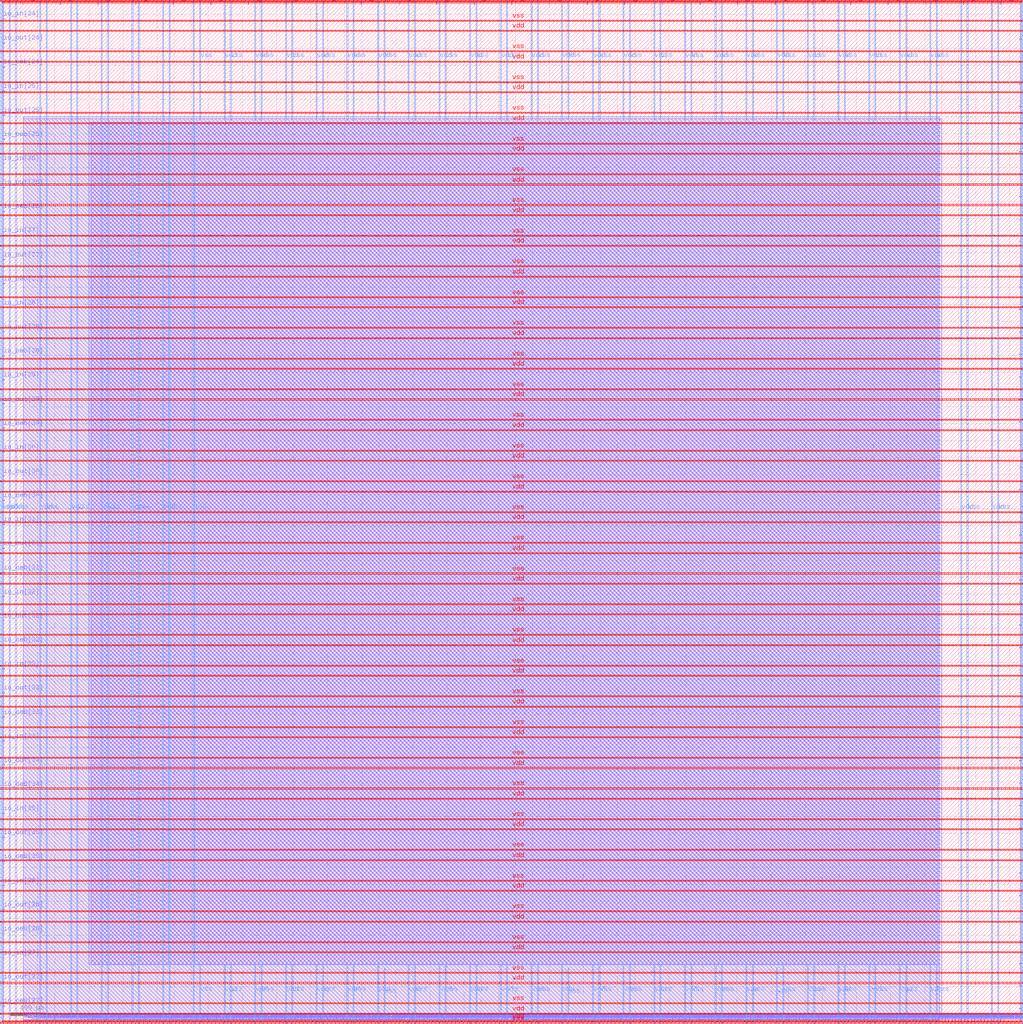
<source format=lef>
VERSION 5.7 ;
  NOWIREEXTENSIONATPIN ON ;
  DIVIDERCHAR "/" ;
  BUSBITCHARS "[]" ;
MACRO user_project_wrapper
  CLASS BLOCK ;
  FOREIGN user_project_wrapper ;
  ORIGIN 0.000 0.000 ;
  SIZE 2980.200 BY 2980.200 ;
  PIN io_in[0]
    DIRECTION INPUT ;
    USE SIGNAL ;
    PORT
      LAYER Metal3 ;
        RECT 2977.800 35.560 2985.000 36.680 ;
    END
  END io_in[0]
  PIN io_in[10]
    DIRECTION INPUT ;
    USE SIGNAL ;
    PORT
      LAYER Metal3 ;
        RECT 2977.800 2017.960 2985.000 2019.080 ;
    END
  END io_in[10]
  PIN io_in[11]
    DIRECTION INPUT ;
    USE SIGNAL ;
    PORT
      LAYER Metal3 ;
        RECT 2977.800 2216.200 2985.000 2217.320 ;
    END
  END io_in[11]
  PIN io_in[12]
    DIRECTION INPUT ;
    USE SIGNAL ;
    PORT
      LAYER Metal3 ;
        RECT 2977.800 2414.440 2985.000 2415.560 ;
    END
  END io_in[12]
  PIN io_in[13]
    DIRECTION INPUT ;
    USE SIGNAL ;
    PORT
      LAYER Metal3 ;
        RECT 2977.800 2612.680 2985.000 2613.800 ;
    END
  END io_in[13]
  PIN io_in[14]
    DIRECTION INPUT ;
    USE SIGNAL ;
    PORT
      LAYER Metal3 ;
        RECT 2977.800 2810.920 2985.000 2812.040 ;
    END
  END io_in[14]
  PIN io_in[15]
    DIRECTION INPUT ;
    USE SIGNAL ;
    PORT
      LAYER Metal2 ;
        RECT 2923.480 2977.800 2924.600 2985.000 ;
    END
  END io_in[15]
  PIN io_in[16]
    DIRECTION INPUT ;
    USE SIGNAL ;
    PORT
      LAYER Metal2 ;
        RECT 2592.520 2977.800 2593.640 2985.000 ;
    END
  END io_in[16]
  PIN io_in[17]
    DIRECTION INPUT ;
    USE SIGNAL ;
    PORT
      LAYER Metal2 ;
        RECT 2261.560 2977.800 2262.680 2985.000 ;
    END
  END io_in[17]
  PIN io_in[18]
    DIRECTION INPUT ;
    USE SIGNAL ;
    PORT
      LAYER Metal2 ;
        RECT 1930.600 2977.800 1931.720 2985.000 ;
    END
  END io_in[18]
  PIN io_in[19]
    DIRECTION INPUT ;
    USE SIGNAL ;
    PORT
      LAYER Metal2 ;
        RECT 1599.640 2977.800 1600.760 2985.000 ;
    END
  END io_in[19]
  PIN io_in[1]
    DIRECTION INPUT ;
    USE SIGNAL ;
    PORT
      LAYER Metal3 ;
        RECT 2977.800 233.800 2985.000 234.920 ;
    END
  END io_in[1]
  PIN io_in[20]
    DIRECTION INPUT ;
    USE SIGNAL ;
    PORT
      LAYER Metal2 ;
        RECT 1268.680 2977.800 1269.800 2985.000 ;
    END
  END io_in[20]
  PIN io_in[21]
    DIRECTION INPUT ;
    USE SIGNAL ;
    PORT
      LAYER Metal2 ;
        RECT 937.720 2977.800 938.840 2985.000 ;
    END
  END io_in[21]
  PIN io_in[22]
    DIRECTION INPUT ;
    USE SIGNAL ;
    PORT
      LAYER Metal2 ;
        RECT 606.760 2977.800 607.880 2985.000 ;
    END
  END io_in[22]
  PIN io_in[23]
    DIRECTION INPUT ;
    USE SIGNAL ;
    PORT
      LAYER Metal2 ;
        RECT 275.800 2977.800 276.920 2985.000 ;
    END
  END io_in[23]
  PIN io_in[24]
    DIRECTION INPUT ;
    USE SIGNAL ;
    PORT
      LAYER Metal3 ;
        RECT -4.800 2935.800 2.400 2936.920 ;
    END
  END io_in[24]
  PIN io_in[25]
    DIRECTION INPUT ;
    USE SIGNAL ;
    PORT
      LAYER Metal3 ;
        RECT -4.800 2724.120 2.400 2725.240 ;
    END
  END io_in[25]
  PIN io_in[26]
    DIRECTION INPUT ;
    USE SIGNAL ;
    PORT
      LAYER Metal3 ;
        RECT -4.800 2512.440 2.400 2513.560 ;
    END
  END io_in[26]
  PIN io_in[27]
    DIRECTION INPUT ;
    USE SIGNAL ;
    PORT
      LAYER Metal3 ;
        RECT -4.800 2300.760 2.400 2301.880 ;
    END
  END io_in[27]
  PIN io_in[28]
    DIRECTION INPUT ;
    USE SIGNAL ;
    PORT
      LAYER Metal3 ;
        RECT -4.800 2089.080 2.400 2090.200 ;
    END
  END io_in[28]
  PIN io_in[29]
    DIRECTION INPUT ;
    USE SIGNAL ;
    PORT
      LAYER Metal3 ;
        RECT -4.800 1877.400 2.400 1878.520 ;
    END
  END io_in[29]
  PIN io_in[2]
    DIRECTION INPUT ;
    USE SIGNAL ;
    PORT
      LAYER Metal3 ;
        RECT 2977.800 432.040 2985.000 433.160 ;
    END
  END io_in[2]
  PIN io_in[30]
    DIRECTION INPUT ;
    USE SIGNAL ;
    PORT
      LAYER Metal3 ;
        RECT -4.800 1665.720 2.400 1666.840 ;
    END
  END io_in[30]
  PIN io_in[31]
    DIRECTION INPUT ;
    USE SIGNAL ;
    PORT
      LAYER Metal3 ;
        RECT -4.800 1454.040 2.400 1455.160 ;
    END
  END io_in[31]
  PIN io_in[32]
    DIRECTION INPUT ;
    USE SIGNAL ;
    PORT
      LAYER Metal3 ;
        RECT -4.800 1242.360 2.400 1243.480 ;
    END
  END io_in[32]
  PIN io_in[33]
    DIRECTION INPUT ;
    USE SIGNAL ;
    PORT
      LAYER Metal3 ;
        RECT -4.800 1030.680 2.400 1031.800 ;
    END
  END io_in[33]
  PIN io_in[34]
    DIRECTION INPUT ;
    USE SIGNAL ;
    PORT
      LAYER Metal3 ;
        RECT -4.800 819.000 2.400 820.120 ;
    END
  END io_in[34]
  PIN io_in[35]
    DIRECTION INPUT ;
    USE SIGNAL ;
    PORT
      LAYER Metal3 ;
        RECT -4.800 607.320 2.400 608.440 ;
    END
  END io_in[35]
  PIN io_in[36]
    DIRECTION INPUT ;
    USE SIGNAL ;
    PORT
      LAYER Metal3 ;
        RECT -4.800 395.640 2.400 396.760 ;
    END
  END io_in[36]
  PIN io_in[37]
    DIRECTION INPUT ;
    USE SIGNAL ;
    PORT
      LAYER Metal3 ;
        RECT -4.800 183.960 2.400 185.080 ;
    END
  END io_in[37]
  PIN io_in[3]
    DIRECTION INPUT ;
    USE SIGNAL ;
    PORT
      LAYER Metal3 ;
        RECT 2977.800 630.280 2985.000 631.400 ;
    END
  END io_in[3]
  PIN io_in[4]
    DIRECTION INPUT ;
    USE SIGNAL ;
    PORT
      LAYER Metal3 ;
        RECT 2977.800 828.520 2985.000 829.640 ;
    END
  END io_in[4]
  PIN io_in[5]
    DIRECTION INPUT ;
    USE SIGNAL ;
    PORT
      LAYER Metal3 ;
        RECT 2977.800 1026.760 2985.000 1027.880 ;
    END
  END io_in[5]
  PIN io_in[6]
    DIRECTION INPUT ;
    USE SIGNAL ;
    PORT
      LAYER Metal3 ;
        RECT 2977.800 1225.000 2985.000 1226.120 ;
    END
  END io_in[6]
  PIN io_in[7]
    DIRECTION INPUT ;
    USE SIGNAL ;
    PORT
      LAYER Metal3 ;
        RECT 2977.800 1423.240 2985.000 1424.360 ;
    END
  END io_in[7]
  PIN io_in[8]
    DIRECTION INPUT ;
    USE SIGNAL ;
    PORT
      LAYER Metal3 ;
        RECT 2977.800 1621.480 2985.000 1622.600 ;
    END
  END io_in[8]
  PIN io_in[9]
    DIRECTION INPUT ;
    USE SIGNAL ;
    PORT
      LAYER Metal3 ;
        RECT 2977.800 1819.720 2985.000 1820.840 ;
    END
  END io_in[9]
  PIN io_oeb[0]
    DIRECTION OUTPUT TRISTATE ;
    USE SIGNAL ;
    PORT
      LAYER Metal3 ;
        RECT 2977.800 167.720 2985.000 168.840 ;
    END
  END io_oeb[0]
  PIN io_oeb[10]
    DIRECTION OUTPUT TRISTATE ;
    USE SIGNAL ;
    PORT
      LAYER Metal3 ;
        RECT 2977.800 2150.120 2985.000 2151.240 ;
    END
  END io_oeb[10]
  PIN io_oeb[11]
    DIRECTION OUTPUT TRISTATE ;
    USE SIGNAL ;
    PORT
      LAYER Metal3 ;
        RECT 2977.800 2348.360 2985.000 2349.480 ;
    END
  END io_oeb[11]
  PIN io_oeb[12]
    DIRECTION OUTPUT TRISTATE ;
    USE SIGNAL ;
    PORT
      LAYER Metal3 ;
        RECT 2977.800 2546.600 2985.000 2547.720 ;
    END
  END io_oeb[12]
  PIN io_oeb[13]
    DIRECTION OUTPUT TRISTATE ;
    USE SIGNAL ;
    PORT
      LAYER Metal3 ;
        RECT 2977.800 2744.840 2985.000 2745.960 ;
    END
  END io_oeb[13]
  PIN io_oeb[14]
    DIRECTION OUTPUT TRISTATE ;
    USE SIGNAL ;
    PORT
      LAYER Metal3 ;
        RECT 2977.800 2943.080 2985.000 2944.200 ;
    END
  END io_oeb[14]
  PIN io_oeb[15]
    DIRECTION OUTPUT TRISTATE ;
    USE SIGNAL ;
    PORT
      LAYER Metal2 ;
        RECT 2702.840 2977.800 2703.960 2985.000 ;
    END
  END io_oeb[15]
  PIN io_oeb[16]
    DIRECTION OUTPUT TRISTATE ;
    USE SIGNAL ;
    PORT
      LAYER Metal2 ;
        RECT 2371.880 2977.800 2373.000 2985.000 ;
    END
  END io_oeb[16]
  PIN io_oeb[17]
    DIRECTION OUTPUT TRISTATE ;
    USE SIGNAL ;
    PORT
      LAYER Metal2 ;
        RECT 2040.920 2977.800 2042.040 2985.000 ;
    END
  END io_oeb[17]
  PIN io_oeb[18]
    DIRECTION OUTPUT TRISTATE ;
    USE SIGNAL ;
    PORT
      LAYER Metal2 ;
        RECT 1709.960 2977.800 1711.080 2985.000 ;
    END
  END io_oeb[18]
  PIN io_oeb[19]
    DIRECTION OUTPUT TRISTATE ;
    USE SIGNAL ;
    PORT
      LAYER Metal2 ;
        RECT 1379.000 2977.800 1380.120 2985.000 ;
    END
  END io_oeb[19]
  PIN io_oeb[1]
    DIRECTION OUTPUT TRISTATE ;
    USE SIGNAL ;
    PORT
      LAYER Metal3 ;
        RECT 2977.800 365.960 2985.000 367.080 ;
    END
  END io_oeb[1]
  PIN io_oeb[20]
    DIRECTION OUTPUT TRISTATE ;
    USE SIGNAL ;
    PORT
      LAYER Metal2 ;
        RECT 1048.040 2977.800 1049.160 2985.000 ;
    END
  END io_oeb[20]
  PIN io_oeb[21]
    DIRECTION OUTPUT TRISTATE ;
    USE SIGNAL ;
    PORT
      LAYER Metal2 ;
        RECT 717.080 2977.800 718.200 2985.000 ;
    END
  END io_oeb[21]
  PIN io_oeb[22]
    DIRECTION OUTPUT TRISTATE ;
    USE SIGNAL ;
    PORT
      LAYER Metal2 ;
        RECT 386.120 2977.800 387.240 2985.000 ;
    END
  END io_oeb[22]
  PIN io_oeb[23]
    DIRECTION OUTPUT TRISTATE ;
    USE SIGNAL ;
    PORT
      LAYER Metal2 ;
        RECT 55.160 2977.800 56.280 2985.000 ;
    END
  END io_oeb[23]
  PIN io_oeb[24]
    DIRECTION OUTPUT TRISTATE ;
    USE SIGNAL ;
    PORT
      LAYER Metal3 ;
        RECT -4.800 2794.680 2.400 2795.800 ;
    END
  END io_oeb[24]
  PIN io_oeb[25]
    DIRECTION OUTPUT TRISTATE ;
    USE SIGNAL ;
    PORT
      LAYER Metal3 ;
        RECT -4.800 2583.000 2.400 2584.120 ;
    END
  END io_oeb[25]
  PIN io_oeb[26]
    DIRECTION OUTPUT TRISTATE ;
    USE SIGNAL ;
    PORT
      LAYER Metal3 ;
        RECT -4.800 2371.320 2.400 2372.440 ;
    END
  END io_oeb[26]
  PIN io_oeb[27]
    DIRECTION OUTPUT TRISTATE ;
    USE SIGNAL ;
    PORT
      LAYER Metal3 ;
        RECT -4.800 2159.640 2.400 2160.760 ;
    END
  END io_oeb[27]
  PIN io_oeb[28]
    DIRECTION OUTPUT TRISTATE ;
    USE SIGNAL ;
    PORT
      LAYER Metal3 ;
        RECT -4.800 1947.960 2.400 1949.080 ;
    END
  END io_oeb[28]
  PIN io_oeb[29]
    DIRECTION OUTPUT TRISTATE ;
    USE SIGNAL ;
    PORT
      LAYER Metal3 ;
        RECT -4.800 1736.280 2.400 1737.400 ;
    END
  END io_oeb[29]
  PIN io_oeb[2]
    DIRECTION OUTPUT TRISTATE ;
    USE SIGNAL ;
    PORT
      LAYER Metal3 ;
        RECT 2977.800 564.200 2985.000 565.320 ;
    END
  END io_oeb[2]
  PIN io_oeb[30]
    DIRECTION OUTPUT TRISTATE ;
    USE SIGNAL ;
    PORT
      LAYER Metal3 ;
        RECT -4.800 1524.600 2.400 1525.720 ;
    END
  END io_oeb[30]
  PIN io_oeb[31]
    DIRECTION OUTPUT TRISTATE ;
    USE SIGNAL ;
    PORT
      LAYER Metal3 ;
        RECT -4.800 1312.920 2.400 1314.040 ;
    END
  END io_oeb[31]
  PIN io_oeb[32]
    DIRECTION OUTPUT TRISTATE ;
    USE SIGNAL ;
    PORT
      LAYER Metal3 ;
        RECT -4.800 1101.240 2.400 1102.360 ;
    END
  END io_oeb[32]
  PIN io_oeb[33]
    DIRECTION OUTPUT TRISTATE ;
    USE SIGNAL ;
    PORT
      LAYER Metal3 ;
        RECT -4.800 889.560 2.400 890.680 ;
    END
  END io_oeb[33]
  PIN io_oeb[34]
    DIRECTION OUTPUT TRISTATE ;
    USE SIGNAL ;
    PORT
      LAYER Metal3 ;
        RECT -4.800 677.880 2.400 679.000 ;
    END
  END io_oeb[34]
  PIN io_oeb[35]
    DIRECTION OUTPUT TRISTATE ;
    USE SIGNAL ;
    PORT
      LAYER Metal3 ;
        RECT -4.800 466.200 2.400 467.320 ;
    END
  END io_oeb[35]
  PIN io_oeb[36]
    DIRECTION OUTPUT TRISTATE ;
    USE SIGNAL ;
    PORT
      LAYER Metal3 ;
        RECT -4.800 254.520 2.400 255.640 ;
    END
  END io_oeb[36]
  PIN io_oeb[37]
    DIRECTION OUTPUT TRISTATE ;
    USE SIGNAL ;
    PORT
      LAYER Metal3 ;
        RECT -4.800 42.840 2.400 43.960 ;
    END
  END io_oeb[37]
  PIN io_oeb[3]
    DIRECTION OUTPUT TRISTATE ;
    USE SIGNAL ;
    PORT
      LAYER Metal3 ;
        RECT 2977.800 762.440 2985.000 763.560 ;
    END
  END io_oeb[3]
  PIN io_oeb[4]
    DIRECTION OUTPUT TRISTATE ;
    USE SIGNAL ;
    PORT
      LAYER Metal3 ;
        RECT 2977.800 960.680 2985.000 961.800 ;
    END
  END io_oeb[4]
  PIN io_oeb[5]
    DIRECTION OUTPUT TRISTATE ;
    USE SIGNAL ;
    PORT
      LAYER Metal3 ;
        RECT 2977.800 1158.920 2985.000 1160.040 ;
    END
  END io_oeb[5]
  PIN io_oeb[6]
    DIRECTION OUTPUT TRISTATE ;
    USE SIGNAL ;
    PORT
      LAYER Metal3 ;
        RECT 2977.800 1357.160 2985.000 1358.280 ;
    END
  END io_oeb[6]
  PIN io_oeb[7]
    DIRECTION OUTPUT TRISTATE ;
    USE SIGNAL ;
    PORT
      LAYER Metal3 ;
        RECT 2977.800 1555.400 2985.000 1556.520 ;
    END
  END io_oeb[7]
  PIN io_oeb[8]
    DIRECTION OUTPUT TRISTATE ;
    USE SIGNAL ;
    PORT
      LAYER Metal3 ;
        RECT 2977.800 1753.640 2985.000 1754.760 ;
    END
  END io_oeb[8]
  PIN io_oeb[9]
    DIRECTION OUTPUT TRISTATE ;
    USE SIGNAL ;
    PORT
      LAYER Metal3 ;
        RECT 2977.800 1951.880 2985.000 1953.000 ;
    END
  END io_oeb[9]
  PIN io_out[0]
    DIRECTION OUTPUT TRISTATE ;
    USE SIGNAL ;
    PORT
      LAYER Metal3 ;
        RECT 2977.800 101.640 2985.000 102.760 ;
    END
  END io_out[0]
  PIN io_out[10]
    DIRECTION OUTPUT TRISTATE ;
    USE SIGNAL ;
    PORT
      LAYER Metal3 ;
        RECT 2977.800 2084.040 2985.000 2085.160 ;
    END
  END io_out[10]
  PIN io_out[11]
    DIRECTION OUTPUT TRISTATE ;
    USE SIGNAL ;
    PORT
      LAYER Metal3 ;
        RECT 2977.800 2282.280 2985.000 2283.400 ;
    END
  END io_out[11]
  PIN io_out[12]
    DIRECTION OUTPUT TRISTATE ;
    USE SIGNAL ;
    PORT
      LAYER Metal3 ;
        RECT 2977.800 2480.520 2985.000 2481.640 ;
    END
  END io_out[12]
  PIN io_out[13]
    DIRECTION OUTPUT TRISTATE ;
    USE SIGNAL ;
    PORT
      LAYER Metal3 ;
        RECT 2977.800 2678.760 2985.000 2679.880 ;
    END
  END io_out[13]
  PIN io_out[14]
    DIRECTION OUTPUT TRISTATE ;
    USE SIGNAL ;
    PORT
      LAYER Metal3 ;
        RECT 2977.800 2877.000 2985.000 2878.120 ;
    END
  END io_out[14]
  PIN io_out[15]
    DIRECTION OUTPUT TRISTATE ;
    USE SIGNAL ;
    PORT
      LAYER Metal2 ;
        RECT 2813.160 2977.800 2814.280 2985.000 ;
    END
  END io_out[15]
  PIN io_out[16]
    DIRECTION OUTPUT TRISTATE ;
    USE SIGNAL ;
    PORT
      LAYER Metal2 ;
        RECT 2482.200 2977.800 2483.320 2985.000 ;
    END
  END io_out[16]
  PIN io_out[17]
    DIRECTION OUTPUT TRISTATE ;
    USE SIGNAL ;
    PORT
      LAYER Metal2 ;
        RECT 2151.240 2977.800 2152.360 2985.000 ;
    END
  END io_out[17]
  PIN io_out[18]
    DIRECTION OUTPUT TRISTATE ;
    USE SIGNAL ;
    PORT
      LAYER Metal2 ;
        RECT 1820.280 2977.800 1821.400 2985.000 ;
    END
  END io_out[18]
  PIN io_out[19]
    DIRECTION OUTPUT TRISTATE ;
    USE SIGNAL ;
    PORT
      LAYER Metal2 ;
        RECT 1489.320 2977.800 1490.440 2985.000 ;
    END
  END io_out[19]
  PIN io_out[1]
    DIRECTION OUTPUT TRISTATE ;
    USE SIGNAL ;
    PORT
      LAYER Metal3 ;
        RECT 2977.800 299.880 2985.000 301.000 ;
    END
  END io_out[1]
  PIN io_out[20]
    DIRECTION OUTPUT TRISTATE ;
    USE SIGNAL ;
    PORT
      LAYER Metal2 ;
        RECT 1158.360 2977.800 1159.480 2985.000 ;
    END
  END io_out[20]
  PIN io_out[21]
    DIRECTION OUTPUT TRISTATE ;
    USE SIGNAL ;
    PORT
      LAYER Metal2 ;
        RECT 827.400 2977.800 828.520 2985.000 ;
    END
  END io_out[21]
  PIN io_out[22]
    DIRECTION OUTPUT TRISTATE ;
    USE SIGNAL ;
    PORT
      LAYER Metal2 ;
        RECT 496.440 2977.800 497.560 2985.000 ;
    END
  END io_out[22]
  PIN io_out[23]
    DIRECTION OUTPUT TRISTATE ;
    USE SIGNAL ;
    PORT
      LAYER Metal2 ;
        RECT 165.480 2977.800 166.600 2985.000 ;
    END
  END io_out[23]
  PIN io_out[24]
    DIRECTION OUTPUT TRISTATE ;
    USE SIGNAL ;
    PORT
      LAYER Metal3 ;
        RECT -4.800 2865.240 2.400 2866.360 ;
    END
  END io_out[24]
  PIN io_out[25]
    DIRECTION OUTPUT TRISTATE ;
    USE SIGNAL ;
    PORT
      LAYER Metal3 ;
        RECT -4.800 2653.560 2.400 2654.680 ;
    END
  END io_out[25]
  PIN io_out[26]
    DIRECTION OUTPUT TRISTATE ;
    USE SIGNAL ;
    PORT
      LAYER Metal3 ;
        RECT -4.800 2441.880 2.400 2443.000 ;
    END
  END io_out[26]
  PIN io_out[27]
    DIRECTION OUTPUT TRISTATE ;
    USE SIGNAL ;
    PORT
      LAYER Metal3 ;
        RECT -4.800 2230.200 2.400 2231.320 ;
    END
  END io_out[27]
  PIN io_out[28]
    DIRECTION OUTPUT TRISTATE ;
    USE SIGNAL ;
    PORT
      LAYER Metal3 ;
        RECT -4.800 2018.520 2.400 2019.640 ;
    END
  END io_out[28]
  PIN io_out[29]
    DIRECTION OUTPUT TRISTATE ;
    USE SIGNAL ;
    PORT
      LAYER Metal3 ;
        RECT -4.800 1806.840 2.400 1807.960 ;
    END
  END io_out[29]
  PIN io_out[2]
    DIRECTION OUTPUT TRISTATE ;
    USE SIGNAL ;
    PORT
      LAYER Metal3 ;
        RECT 2977.800 498.120 2985.000 499.240 ;
    END
  END io_out[2]
  PIN io_out[30]
    DIRECTION OUTPUT TRISTATE ;
    USE SIGNAL ;
    PORT
      LAYER Metal3 ;
        RECT -4.800 1595.160 2.400 1596.280 ;
    END
  END io_out[30]
  PIN io_out[31]
    DIRECTION OUTPUT TRISTATE ;
    USE SIGNAL ;
    PORT
      LAYER Metal3 ;
        RECT -4.800 1383.480 2.400 1384.600 ;
    END
  END io_out[31]
  PIN io_out[32]
    DIRECTION OUTPUT TRISTATE ;
    USE SIGNAL ;
    PORT
      LAYER Metal3 ;
        RECT -4.800 1171.800 2.400 1172.920 ;
    END
  END io_out[32]
  PIN io_out[33]
    DIRECTION OUTPUT TRISTATE ;
    USE SIGNAL ;
    PORT
      LAYER Metal3 ;
        RECT -4.800 960.120 2.400 961.240 ;
    END
  END io_out[33]
  PIN io_out[34]
    DIRECTION OUTPUT TRISTATE ;
    USE SIGNAL ;
    PORT
      LAYER Metal3 ;
        RECT -4.800 748.440 2.400 749.560 ;
    END
  END io_out[34]
  PIN io_out[35]
    DIRECTION OUTPUT TRISTATE ;
    USE SIGNAL ;
    PORT
      LAYER Metal3 ;
        RECT -4.800 536.760 2.400 537.880 ;
    END
  END io_out[35]
  PIN io_out[36]
    DIRECTION OUTPUT TRISTATE ;
    USE SIGNAL ;
    PORT
      LAYER Metal3 ;
        RECT -4.800 325.080 2.400 326.200 ;
    END
  END io_out[36]
  PIN io_out[37]
    DIRECTION OUTPUT TRISTATE ;
    USE SIGNAL ;
    PORT
      LAYER Metal3 ;
        RECT -4.800 113.400 2.400 114.520 ;
    END
  END io_out[37]
  PIN io_out[3]
    DIRECTION OUTPUT TRISTATE ;
    USE SIGNAL ;
    PORT
      LAYER Metal3 ;
        RECT 2977.800 696.360 2985.000 697.480 ;
    END
  END io_out[3]
  PIN io_out[4]
    DIRECTION OUTPUT TRISTATE ;
    USE SIGNAL ;
    PORT
      LAYER Metal3 ;
        RECT 2977.800 894.600 2985.000 895.720 ;
    END
  END io_out[4]
  PIN io_out[5]
    DIRECTION OUTPUT TRISTATE ;
    USE SIGNAL ;
    PORT
      LAYER Metal3 ;
        RECT 2977.800 1092.840 2985.000 1093.960 ;
    END
  END io_out[5]
  PIN io_out[6]
    DIRECTION OUTPUT TRISTATE ;
    USE SIGNAL ;
    PORT
      LAYER Metal3 ;
        RECT 2977.800 1291.080 2985.000 1292.200 ;
    END
  END io_out[6]
  PIN io_out[7]
    DIRECTION OUTPUT TRISTATE ;
    USE SIGNAL ;
    PORT
      LAYER Metal3 ;
        RECT 2977.800 1489.320 2985.000 1490.440 ;
    END
  END io_out[7]
  PIN io_out[8]
    DIRECTION OUTPUT TRISTATE ;
    USE SIGNAL ;
    PORT
      LAYER Metal3 ;
        RECT 2977.800 1687.560 2985.000 1688.680 ;
    END
  END io_out[8]
  PIN io_out[9]
    DIRECTION OUTPUT TRISTATE ;
    USE SIGNAL ;
    PORT
      LAYER Metal3 ;
        RECT 2977.800 1885.800 2985.000 1886.920 ;
    END
  END io_out[9]
  PIN la_data_in[0]
    DIRECTION INPUT ;
    USE SIGNAL ;
    PORT
      LAYER Metal2 ;
        RECT 1065.960 -4.800 1067.080 2.400 ;
    END
  END la_data_in[0]
  PIN la_data_in[10]
    DIRECTION INPUT ;
    USE SIGNAL ;
    PORT
      LAYER Metal2 ;
        RECT 1351.560 -4.800 1352.680 2.400 ;
    END
  END la_data_in[10]
  PIN la_data_in[11]
    DIRECTION INPUT ;
    USE SIGNAL ;
    PORT
      LAYER Metal2 ;
        RECT 1380.120 -4.800 1381.240 2.400 ;
    END
  END la_data_in[11]
  PIN la_data_in[12]
    DIRECTION INPUT ;
    USE SIGNAL ;
    PORT
      LAYER Metal2 ;
        RECT 1408.680 -4.800 1409.800 2.400 ;
    END
  END la_data_in[12]
  PIN la_data_in[13]
    DIRECTION INPUT ;
    USE SIGNAL ;
    PORT
      LAYER Metal2 ;
        RECT 1437.240 -4.800 1438.360 2.400 ;
    END
  END la_data_in[13]
  PIN la_data_in[14]
    DIRECTION INPUT ;
    USE SIGNAL ;
    PORT
      LAYER Metal2 ;
        RECT 1465.800 -4.800 1466.920 2.400 ;
    END
  END la_data_in[14]
  PIN la_data_in[15]
    DIRECTION INPUT ;
    USE SIGNAL ;
    PORT
      LAYER Metal2 ;
        RECT 1494.360 -4.800 1495.480 2.400 ;
    END
  END la_data_in[15]
  PIN la_data_in[16]
    DIRECTION INPUT ;
    USE SIGNAL ;
    PORT
      LAYER Metal2 ;
        RECT 1522.920 -4.800 1524.040 2.400 ;
    END
  END la_data_in[16]
  PIN la_data_in[17]
    DIRECTION INPUT ;
    USE SIGNAL ;
    PORT
      LAYER Metal2 ;
        RECT 1551.480 -4.800 1552.600 2.400 ;
    END
  END la_data_in[17]
  PIN la_data_in[18]
    DIRECTION INPUT ;
    USE SIGNAL ;
    PORT
      LAYER Metal2 ;
        RECT 1580.040 -4.800 1581.160 2.400 ;
    END
  END la_data_in[18]
  PIN la_data_in[19]
    DIRECTION INPUT ;
    USE SIGNAL ;
    PORT
      LAYER Metal2 ;
        RECT 1608.600 -4.800 1609.720 2.400 ;
    END
  END la_data_in[19]
  PIN la_data_in[1]
    DIRECTION INPUT ;
    USE SIGNAL ;
    PORT
      LAYER Metal2 ;
        RECT 1094.520 -4.800 1095.640 2.400 ;
    END
  END la_data_in[1]
  PIN la_data_in[20]
    DIRECTION INPUT ;
    USE SIGNAL ;
    PORT
      LAYER Metal2 ;
        RECT 1637.160 -4.800 1638.280 2.400 ;
    END
  END la_data_in[20]
  PIN la_data_in[21]
    DIRECTION INPUT ;
    USE SIGNAL ;
    PORT
      LAYER Metal2 ;
        RECT 1665.720 -4.800 1666.840 2.400 ;
    END
  END la_data_in[21]
  PIN la_data_in[22]
    DIRECTION INPUT ;
    USE SIGNAL ;
    PORT
      LAYER Metal2 ;
        RECT 1694.280 -4.800 1695.400 2.400 ;
    END
  END la_data_in[22]
  PIN la_data_in[23]
    DIRECTION INPUT ;
    USE SIGNAL ;
    PORT
      LAYER Metal2 ;
        RECT 1722.840 -4.800 1723.960 2.400 ;
    END
  END la_data_in[23]
  PIN la_data_in[24]
    DIRECTION INPUT ;
    USE SIGNAL ;
    PORT
      LAYER Metal2 ;
        RECT 1751.400 -4.800 1752.520 2.400 ;
    END
  END la_data_in[24]
  PIN la_data_in[25]
    DIRECTION INPUT ;
    USE SIGNAL ;
    PORT
      LAYER Metal2 ;
        RECT 1779.960 -4.800 1781.080 2.400 ;
    END
  END la_data_in[25]
  PIN la_data_in[26]
    DIRECTION INPUT ;
    USE SIGNAL ;
    PORT
      LAYER Metal2 ;
        RECT 1808.520 -4.800 1809.640 2.400 ;
    END
  END la_data_in[26]
  PIN la_data_in[27]
    DIRECTION INPUT ;
    USE SIGNAL ;
    PORT
      LAYER Metal2 ;
        RECT 1837.080 -4.800 1838.200 2.400 ;
    END
  END la_data_in[27]
  PIN la_data_in[28]
    DIRECTION INPUT ;
    USE SIGNAL ;
    PORT
      LAYER Metal2 ;
        RECT 1865.640 -4.800 1866.760 2.400 ;
    END
  END la_data_in[28]
  PIN la_data_in[29]
    DIRECTION INPUT ;
    USE SIGNAL ;
    PORT
      LAYER Metal2 ;
        RECT 1894.200 -4.800 1895.320 2.400 ;
    END
  END la_data_in[29]
  PIN la_data_in[2]
    DIRECTION INPUT ;
    USE SIGNAL ;
    PORT
      LAYER Metal2 ;
        RECT 1123.080 -4.800 1124.200 2.400 ;
    END
  END la_data_in[2]
  PIN la_data_in[30]
    DIRECTION INPUT ;
    USE SIGNAL ;
    PORT
      LAYER Metal2 ;
        RECT 1922.760 -4.800 1923.880 2.400 ;
    END
  END la_data_in[30]
  PIN la_data_in[31]
    DIRECTION INPUT ;
    USE SIGNAL ;
    PORT
      LAYER Metal2 ;
        RECT 1951.320 -4.800 1952.440 2.400 ;
    END
  END la_data_in[31]
  PIN la_data_in[32]
    DIRECTION INPUT ;
    USE SIGNAL ;
    PORT
      LAYER Metal2 ;
        RECT 1979.880 -4.800 1981.000 2.400 ;
    END
  END la_data_in[32]
  PIN la_data_in[33]
    DIRECTION INPUT ;
    USE SIGNAL ;
    PORT
      LAYER Metal2 ;
        RECT 2008.440 -4.800 2009.560 2.400 ;
    END
  END la_data_in[33]
  PIN la_data_in[34]
    DIRECTION INPUT ;
    USE SIGNAL ;
    PORT
      LAYER Metal2 ;
        RECT 2037.000 -4.800 2038.120 2.400 ;
    END
  END la_data_in[34]
  PIN la_data_in[35]
    DIRECTION INPUT ;
    USE SIGNAL ;
    PORT
      LAYER Metal2 ;
        RECT 2065.560 -4.800 2066.680 2.400 ;
    END
  END la_data_in[35]
  PIN la_data_in[36]
    DIRECTION INPUT ;
    USE SIGNAL ;
    PORT
      LAYER Metal2 ;
        RECT 2094.120 -4.800 2095.240 2.400 ;
    END
  END la_data_in[36]
  PIN la_data_in[37]
    DIRECTION INPUT ;
    USE SIGNAL ;
    PORT
      LAYER Metal2 ;
        RECT 2122.680 -4.800 2123.800 2.400 ;
    END
  END la_data_in[37]
  PIN la_data_in[38]
    DIRECTION INPUT ;
    USE SIGNAL ;
    PORT
      LAYER Metal2 ;
        RECT 2151.240 -4.800 2152.360 2.400 ;
    END
  END la_data_in[38]
  PIN la_data_in[39]
    DIRECTION INPUT ;
    USE SIGNAL ;
    PORT
      LAYER Metal2 ;
        RECT 2179.800 -4.800 2180.920 2.400 ;
    END
  END la_data_in[39]
  PIN la_data_in[3]
    DIRECTION INPUT ;
    USE SIGNAL ;
    PORT
      LAYER Metal2 ;
        RECT 1151.640 -4.800 1152.760 2.400 ;
    END
  END la_data_in[3]
  PIN la_data_in[40]
    DIRECTION INPUT ;
    USE SIGNAL ;
    PORT
      LAYER Metal2 ;
        RECT 2208.360 -4.800 2209.480 2.400 ;
    END
  END la_data_in[40]
  PIN la_data_in[41]
    DIRECTION INPUT ;
    USE SIGNAL ;
    PORT
      LAYER Metal2 ;
        RECT 2236.920 -4.800 2238.040 2.400 ;
    END
  END la_data_in[41]
  PIN la_data_in[42]
    DIRECTION INPUT ;
    USE SIGNAL ;
    PORT
      LAYER Metal2 ;
        RECT 2265.480 -4.800 2266.600 2.400 ;
    END
  END la_data_in[42]
  PIN la_data_in[43]
    DIRECTION INPUT ;
    USE SIGNAL ;
    PORT
      LAYER Metal2 ;
        RECT 2294.040 -4.800 2295.160 2.400 ;
    END
  END la_data_in[43]
  PIN la_data_in[44]
    DIRECTION INPUT ;
    USE SIGNAL ;
    PORT
      LAYER Metal2 ;
        RECT 2322.600 -4.800 2323.720 2.400 ;
    END
  END la_data_in[44]
  PIN la_data_in[45]
    DIRECTION INPUT ;
    USE SIGNAL ;
    PORT
      LAYER Metal2 ;
        RECT 2351.160 -4.800 2352.280 2.400 ;
    END
  END la_data_in[45]
  PIN la_data_in[46]
    DIRECTION INPUT ;
    USE SIGNAL ;
    PORT
      LAYER Metal2 ;
        RECT 2379.720 -4.800 2380.840 2.400 ;
    END
  END la_data_in[46]
  PIN la_data_in[47]
    DIRECTION INPUT ;
    USE SIGNAL ;
    PORT
      LAYER Metal2 ;
        RECT 2408.280 -4.800 2409.400 2.400 ;
    END
  END la_data_in[47]
  PIN la_data_in[48]
    DIRECTION INPUT ;
    USE SIGNAL ;
    PORT
      LAYER Metal2 ;
        RECT 2436.840 -4.800 2437.960 2.400 ;
    END
  END la_data_in[48]
  PIN la_data_in[49]
    DIRECTION INPUT ;
    USE SIGNAL ;
    PORT
      LAYER Metal2 ;
        RECT 2465.400 -4.800 2466.520 2.400 ;
    END
  END la_data_in[49]
  PIN la_data_in[4]
    DIRECTION INPUT ;
    USE SIGNAL ;
    PORT
      LAYER Metal2 ;
        RECT 1180.200 -4.800 1181.320 2.400 ;
    END
  END la_data_in[4]
  PIN la_data_in[50]
    DIRECTION INPUT ;
    USE SIGNAL ;
    PORT
      LAYER Metal2 ;
        RECT 2493.960 -4.800 2495.080 2.400 ;
    END
  END la_data_in[50]
  PIN la_data_in[51]
    DIRECTION INPUT ;
    USE SIGNAL ;
    PORT
      LAYER Metal2 ;
        RECT 2522.520 -4.800 2523.640 2.400 ;
    END
  END la_data_in[51]
  PIN la_data_in[52]
    DIRECTION INPUT ;
    USE SIGNAL ;
    PORT
      LAYER Metal2 ;
        RECT 2551.080 -4.800 2552.200 2.400 ;
    END
  END la_data_in[52]
  PIN la_data_in[53]
    DIRECTION INPUT ;
    USE SIGNAL ;
    PORT
      LAYER Metal2 ;
        RECT 2579.640 -4.800 2580.760 2.400 ;
    END
  END la_data_in[53]
  PIN la_data_in[54]
    DIRECTION INPUT ;
    USE SIGNAL ;
    PORT
      LAYER Metal2 ;
        RECT 2608.200 -4.800 2609.320 2.400 ;
    END
  END la_data_in[54]
  PIN la_data_in[55]
    DIRECTION INPUT ;
    USE SIGNAL ;
    PORT
      LAYER Metal2 ;
        RECT 2636.760 -4.800 2637.880 2.400 ;
    END
  END la_data_in[55]
  PIN la_data_in[56]
    DIRECTION INPUT ;
    USE SIGNAL ;
    PORT
      LAYER Metal2 ;
        RECT 2665.320 -4.800 2666.440 2.400 ;
    END
  END la_data_in[56]
  PIN la_data_in[57]
    DIRECTION INPUT ;
    USE SIGNAL ;
    PORT
      LAYER Metal2 ;
        RECT 2693.880 -4.800 2695.000 2.400 ;
    END
  END la_data_in[57]
  PIN la_data_in[58]
    DIRECTION INPUT ;
    USE SIGNAL ;
    PORT
      LAYER Metal2 ;
        RECT 2722.440 -4.800 2723.560 2.400 ;
    END
  END la_data_in[58]
  PIN la_data_in[59]
    DIRECTION INPUT ;
    USE SIGNAL ;
    PORT
      LAYER Metal2 ;
        RECT 2751.000 -4.800 2752.120 2.400 ;
    END
  END la_data_in[59]
  PIN la_data_in[5]
    DIRECTION INPUT ;
    USE SIGNAL ;
    PORT
      LAYER Metal2 ;
        RECT 1208.760 -4.800 1209.880 2.400 ;
    END
  END la_data_in[5]
  PIN la_data_in[60]
    DIRECTION INPUT ;
    USE SIGNAL ;
    PORT
      LAYER Metal2 ;
        RECT 2779.560 -4.800 2780.680 2.400 ;
    END
  END la_data_in[60]
  PIN la_data_in[61]
    DIRECTION INPUT ;
    USE SIGNAL ;
    PORT
      LAYER Metal2 ;
        RECT 2808.120 -4.800 2809.240 2.400 ;
    END
  END la_data_in[61]
  PIN la_data_in[62]
    DIRECTION INPUT ;
    USE SIGNAL ;
    PORT
      LAYER Metal2 ;
        RECT 2836.680 -4.800 2837.800 2.400 ;
    END
  END la_data_in[62]
  PIN la_data_in[63]
    DIRECTION INPUT ;
    USE SIGNAL ;
    PORT
      LAYER Metal2 ;
        RECT 2865.240 -4.800 2866.360 2.400 ;
    END
  END la_data_in[63]
  PIN la_data_in[6]
    DIRECTION INPUT ;
    USE SIGNAL ;
    PORT
      LAYER Metal2 ;
        RECT 1237.320 -4.800 1238.440 2.400 ;
    END
  END la_data_in[6]
  PIN la_data_in[7]
    DIRECTION INPUT ;
    USE SIGNAL ;
    PORT
      LAYER Metal2 ;
        RECT 1265.880 -4.800 1267.000 2.400 ;
    END
  END la_data_in[7]
  PIN la_data_in[8]
    DIRECTION INPUT ;
    USE SIGNAL ;
    PORT
      LAYER Metal2 ;
        RECT 1294.440 -4.800 1295.560 2.400 ;
    END
  END la_data_in[8]
  PIN la_data_in[9]
    DIRECTION INPUT ;
    USE SIGNAL ;
    PORT
      LAYER Metal2 ;
        RECT 1323.000 -4.800 1324.120 2.400 ;
    END
  END la_data_in[9]
  PIN la_data_out[0]
    DIRECTION OUTPUT TRISTATE ;
    USE SIGNAL ;
    PORT
      LAYER Metal2 ;
        RECT 1075.480 -4.800 1076.600 2.400 ;
    END
  END la_data_out[0]
  PIN la_data_out[10]
    DIRECTION OUTPUT TRISTATE ;
    USE SIGNAL ;
    PORT
      LAYER Metal2 ;
        RECT 1361.080 -4.800 1362.200 2.400 ;
    END
  END la_data_out[10]
  PIN la_data_out[11]
    DIRECTION OUTPUT TRISTATE ;
    USE SIGNAL ;
    PORT
      LAYER Metal2 ;
        RECT 1389.640 -4.800 1390.760 2.400 ;
    END
  END la_data_out[11]
  PIN la_data_out[12]
    DIRECTION OUTPUT TRISTATE ;
    USE SIGNAL ;
    PORT
      LAYER Metal2 ;
        RECT 1418.200 -4.800 1419.320 2.400 ;
    END
  END la_data_out[12]
  PIN la_data_out[13]
    DIRECTION OUTPUT TRISTATE ;
    USE SIGNAL ;
    PORT
      LAYER Metal2 ;
        RECT 1446.760 -4.800 1447.880 2.400 ;
    END
  END la_data_out[13]
  PIN la_data_out[14]
    DIRECTION OUTPUT TRISTATE ;
    USE SIGNAL ;
    PORT
      LAYER Metal2 ;
        RECT 1475.320 -4.800 1476.440 2.400 ;
    END
  END la_data_out[14]
  PIN la_data_out[15]
    DIRECTION OUTPUT TRISTATE ;
    USE SIGNAL ;
    PORT
      LAYER Metal2 ;
        RECT 1503.880 -4.800 1505.000 2.400 ;
    END
  END la_data_out[15]
  PIN la_data_out[16]
    DIRECTION OUTPUT TRISTATE ;
    USE SIGNAL ;
    PORT
      LAYER Metal2 ;
        RECT 1532.440 -4.800 1533.560 2.400 ;
    END
  END la_data_out[16]
  PIN la_data_out[17]
    DIRECTION OUTPUT TRISTATE ;
    USE SIGNAL ;
    PORT
      LAYER Metal2 ;
        RECT 1561.000 -4.800 1562.120 2.400 ;
    END
  END la_data_out[17]
  PIN la_data_out[18]
    DIRECTION OUTPUT TRISTATE ;
    USE SIGNAL ;
    PORT
      LAYER Metal2 ;
        RECT 1589.560 -4.800 1590.680 2.400 ;
    END
  END la_data_out[18]
  PIN la_data_out[19]
    DIRECTION OUTPUT TRISTATE ;
    USE SIGNAL ;
    PORT
      LAYER Metal2 ;
        RECT 1618.120 -4.800 1619.240 2.400 ;
    END
  END la_data_out[19]
  PIN la_data_out[1]
    DIRECTION OUTPUT TRISTATE ;
    USE SIGNAL ;
    PORT
      LAYER Metal2 ;
        RECT 1104.040 -4.800 1105.160 2.400 ;
    END
  END la_data_out[1]
  PIN la_data_out[20]
    DIRECTION OUTPUT TRISTATE ;
    USE SIGNAL ;
    PORT
      LAYER Metal2 ;
        RECT 1646.680 -4.800 1647.800 2.400 ;
    END
  END la_data_out[20]
  PIN la_data_out[21]
    DIRECTION OUTPUT TRISTATE ;
    USE SIGNAL ;
    PORT
      LAYER Metal2 ;
        RECT 1675.240 -4.800 1676.360 2.400 ;
    END
  END la_data_out[21]
  PIN la_data_out[22]
    DIRECTION OUTPUT TRISTATE ;
    USE SIGNAL ;
    PORT
      LAYER Metal2 ;
        RECT 1703.800 -4.800 1704.920 2.400 ;
    END
  END la_data_out[22]
  PIN la_data_out[23]
    DIRECTION OUTPUT TRISTATE ;
    USE SIGNAL ;
    PORT
      LAYER Metal2 ;
        RECT 1732.360 -4.800 1733.480 2.400 ;
    END
  END la_data_out[23]
  PIN la_data_out[24]
    DIRECTION OUTPUT TRISTATE ;
    USE SIGNAL ;
    PORT
      LAYER Metal2 ;
        RECT 1760.920 -4.800 1762.040 2.400 ;
    END
  END la_data_out[24]
  PIN la_data_out[25]
    DIRECTION OUTPUT TRISTATE ;
    USE SIGNAL ;
    PORT
      LAYER Metal2 ;
        RECT 1789.480 -4.800 1790.600 2.400 ;
    END
  END la_data_out[25]
  PIN la_data_out[26]
    DIRECTION OUTPUT TRISTATE ;
    USE SIGNAL ;
    PORT
      LAYER Metal2 ;
        RECT 1818.040 -4.800 1819.160 2.400 ;
    END
  END la_data_out[26]
  PIN la_data_out[27]
    DIRECTION OUTPUT TRISTATE ;
    USE SIGNAL ;
    PORT
      LAYER Metal2 ;
        RECT 1846.600 -4.800 1847.720 2.400 ;
    END
  END la_data_out[27]
  PIN la_data_out[28]
    DIRECTION OUTPUT TRISTATE ;
    USE SIGNAL ;
    PORT
      LAYER Metal2 ;
        RECT 1875.160 -4.800 1876.280 2.400 ;
    END
  END la_data_out[28]
  PIN la_data_out[29]
    DIRECTION OUTPUT TRISTATE ;
    USE SIGNAL ;
    PORT
      LAYER Metal2 ;
        RECT 1903.720 -4.800 1904.840 2.400 ;
    END
  END la_data_out[29]
  PIN la_data_out[2]
    DIRECTION OUTPUT TRISTATE ;
    USE SIGNAL ;
    PORT
      LAYER Metal2 ;
        RECT 1132.600 -4.800 1133.720 2.400 ;
    END
  END la_data_out[2]
  PIN la_data_out[30]
    DIRECTION OUTPUT TRISTATE ;
    USE SIGNAL ;
    PORT
      LAYER Metal2 ;
        RECT 1932.280 -4.800 1933.400 2.400 ;
    END
  END la_data_out[30]
  PIN la_data_out[31]
    DIRECTION OUTPUT TRISTATE ;
    USE SIGNAL ;
    PORT
      LAYER Metal2 ;
        RECT 1960.840 -4.800 1961.960 2.400 ;
    END
  END la_data_out[31]
  PIN la_data_out[32]
    DIRECTION OUTPUT TRISTATE ;
    USE SIGNAL ;
    PORT
      LAYER Metal2 ;
        RECT 1989.400 -4.800 1990.520 2.400 ;
    END
  END la_data_out[32]
  PIN la_data_out[33]
    DIRECTION OUTPUT TRISTATE ;
    USE SIGNAL ;
    PORT
      LAYER Metal2 ;
        RECT 2017.960 -4.800 2019.080 2.400 ;
    END
  END la_data_out[33]
  PIN la_data_out[34]
    DIRECTION OUTPUT TRISTATE ;
    USE SIGNAL ;
    PORT
      LAYER Metal2 ;
        RECT 2046.520 -4.800 2047.640 2.400 ;
    END
  END la_data_out[34]
  PIN la_data_out[35]
    DIRECTION OUTPUT TRISTATE ;
    USE SIGNAL ;
    PORT
      LAYER Metal2 ;
        RECT 2075.080 -4.800 2076.200 2.400 ;
    END
  END la_data_out[35]
  PIN la_data_out[36]
    DIRECTION OUTPUT TRISTATE ;
    USE SIGNAL ;
    PORT
      LAYER Metal2 ;
        RECT 2103.640 -4.800 2104.760 2.400 ;
    END
  END la_data_out[36]
  PIN la_data_out[37]
    DIRECTION OUTPUT TRISTATE ;
    USE SIGNAL ;
    PORT
      LAYER Metal2 ;
        RECT 2132.200 -4.800 2133.320 2.400 ;
    END
  END la_data_out[37]
  PIN la_data_out[38]
    DIRECTION OUTPUT TRISTATE ;
    USE SIGNAL ;
    PORT
      LAYER Metal2 ;
        RECT 2160.760 -4.800 2161.880 2.400 ;
    END
  END la_data_out[38]
  PIN la_data_out[39]
    DIRECTION OUTPUT TRISTATE ;
    USE SIGNAL ;
    PORT
      LAYER Metal2 ;
        RECT 2189.320 -4.800 2190.440 2.400 ;
    END
  END la_data_out[39]
  PIN la_data_out[3]
    DIRECTION OUTPUT TRISTATE ;
    USE SIGNAL ;
    PORT
      LAYER Metal2 ;
        RECT 1161.160 -4.800 1162.280 2.400 ;
    END
  END la_data_out[3]
  PIN la_data_out[40]
    DIRECTION OUTPUT TRISTATE ;
    USE SIGNAL ;
    PORT
      LAYER Metal2 ;
        RECT 2217.880 -4.800 2219.000 2.400 ;
    END
  END la_data_out[40]
  PIN la_data_out[41]
    DIRECTION OUTPUT TRISTATE ;
    USE SIGNAL ;
    PORT
      LAYER Metal2 ;
        RECT 2246.440 -4.800 2247.560 2.400 ;
    END
  END la_data_out[41]
  PIN la_data_out[42]
    DIRECTION OUTPUT TRISTATE ;
    USE SIGNAL ;
    PORT
      LAYER Metal2 ;
        RECT 2275.000 -4.800 2276.120 2.400 ;
    END
  END la_data_out[42]
  PIN la_data_out[43]
    DIRECTION OUTPUT TRISTATE ;
    USE SIGNAL ;
    PORT
      LAYER Metal2 ;
        RECT 2303.560 -4.800 2304.680 2.400 ;
    END
  END la_data_out[43]
  PIN la_data_out[44]
    DIRECTION OUTPUT TRISTATE ;
    USE SIGNAL ;
    PORT
      LAYER Metal2 ;
        RECT 2332.120 -4.800 2333.240 2.400 ;
    END
  END la_data_out[44]
  PIN la_data_out[45]
    DIRECTION OUTPUT TRISTATE ;
    USE SIGNAL ;
    PORT
      LAYER Metal2 ;
        RECT 2360.680 -4.800 2361.800 2.400 ;
    END
  END la_data_out[45]
  PIN la_data_out[46]
    DIRECTION OUTPUT TRISTATE ;
    USE SIGNAL ;
    PORT
      LAYER Metal2 ;
        RECT 2389.240 -4.800 2390.360 2.400 ;
    END
  END la_data_out[46]
  PIN la_data_out[47]
    DIRECTION OUTPUT TRISTATE ;
    USE SIGNAL ;
    PORT
      LAYER Metal2 ;
        RECT 2417.800 -4.800 2418.920 2.400 ;
    END
  END la_data_out[47]
  PIN la_data_out[48]
    DIRECTION OUTPUT TRISTATE ;
    USE SIGNAL ;
    PORT
      LAYER Metal2 ;
        RECT 2446.360 -4.800 2447.480 2.400 ;
    END
  END la_data_out[48]
  PIN la_data_out[49]
    DIRECTION OUTPUT TRISTATE ;
    USE SIGNAL ;
    PORT
      LAYER Metal2 ;
        RECT 2474.920 -4.800 2476.040 2.400 ;
    END
  END la_data_out[49]
  PIN la_data_out[4]
    DIRECTION OUTPUT TRISTATE ;
    USE SIGNAL ;
    PORT
      LAYER Metal2 ;
        RECT 1189.720 -4.800 1190.840 2.400 ;
    END
  END la_data_out[4]
  PIN la_data_out[50]
    DIRECTION OUTPUT TRISTATE ;
    USE SIGNAL ;
    PORT
      LAYER Metal2 ;
        RECT 2503.480 -4.800 2504.600 2.400 ;
    END
  END la_data_out[50]
  PIN la_data_out[51]
    DIRECTION OUTPUT TRISTATE ;
    USE SIGNAL ;
    PORT
      LAYER Metal2 ;
        RECT 2532.040 -4.800 2533.160 2.400 ;
    END
  END la_data_out[51]
  PIN la_data_out[52]
    DIRECTION OUTPUT TRISTATE ;
    USE SIGNAL ;
    PORT
      LAYER Metal2 ;
        RECT 2560.600 -4.800 2561.720 2.400 ;
    END
  END la_data_out[52]
  PIN la_data_out[53]
    DIRECTION OUTPUT TRISTATE ;
    USE SIGNAL ;
    PORT
      LAYER Metal2 ;
        RECT 2589.160 -4.800 2590.280 2.400 ;
    END
  END la_data_out[53]
  PIN la_data_out[54]
    DIRECTION OUTPUT TRISTATE ;
    USE SIGNAL ;
    PORT
      LAYER Metal2 ;
        RECT 2617.720 -4.800 2618.840 2.400 ;
    END
  END la_data_out[54]
  PIN la_data_out[55]
    DIRECTION OUTPUT TRISTATE ;
    USE SIGNAL ;
    PORT
      LAYER Metal2 ;
        RECT 2646.280 -4.800 2647.400 2.400 ;
    END
  END la_data_out[55]
  PIN la_data_out[56]
    DIRECTION OUTPUT TRISTATE ;
    USE SIGNAL ;
    PORT
      LAYER Metal2 ;
        RECT 2674.840 -4.800 2675.960 2.400 ;
    END
  END la_data_out[56]
  PIN la_data_out[57]
    DIRECTION OUTPUT TRISTATE ;
    USE SIGNAL ;
    PORT
      LAYER Metal2 ;
        RECT 2703.400 -4.800 2704.520 2.400 ;
    END
  END la_data_out[57]
  PIN la_data_out[58]
    DIRECTION OUTPUT TRISTATE ;
    USE SIGNAL ;
    PORT
      LAYER Metal2 ;
        RECT 2731.960 -4.800 2733.080 2.400 ;
    END
  END la_data_out[58]
  PIN la_data_out[59]
    DIRECTION OUTPUT TRISTATE ;
    USE SIGNAL ;
    PORT
      LAYER Metal2 ;
        RECT 2760.520 -4.800 2761.640 2.400 ;
    END
  END la_data_out[59]
  PIN la_data_out[5]
    DIRECTION OUTPUT TRISTATE ;
    USE SIGNAL ;
    PORT
      LAYER Metal2 ;
        RECT 1218.280 -4.800 1219.400 2.400 ;
    END
  END la_data_out[5]
  PIN la_data_out[60]
    DIRECTION OUTPUT TRISTATE ;
    USE SIGNAL ;
    PORT
      LAYER Metal2 ;
        RECT 2789.080 -4.800 2790.200 2.400 ;
    END
  END la_data_out[60]
  PIN la_data_out[61]
    DIRECTION OUTPUT TRISTATE ;
    USE SIGNAL ;
    PORT
      LAYER Metal2 ;
        RECT 2817.640 -4.800 2818.760 2.400 ;
    END
  END la_data_out[61]
  PIN la_data_out[62]
    DIRECTION OUTPUT TRISTATE ;
    USE SIGNAL ;
    PORT
      LAYER Metal2 ;
        RECT 2846.200 -4.800 2847.320 2.400 ;
    END
  END la_data_out[62]
  PIN la_data_out[63]
    DIRECTION OUTPUT TRISTATE ;
    USE SIGNAL ;
    PORT
      LAYER Metal2 ;
        RECT 2874.760 -4.800 2875.880 2.400 ;
    END
  END la_data_out[63]
  PIN la_data_out[6]
    DIRECTION OUTPUT TRISTATE ;
    USE SIGNAL ;
    PORT
      LAYER Metal2 ;
        RECT 1246.840 -4.800 1247.960 2.400 ;
    END
  END la_data_out[6]
  PIN la_data_out[7]
    DIRECTION OUTPUT TRISTATE ;
    USE SIGNAL ;
    PORT
      LAYER Metal2 ;
        RECT 1275.400 -4.800 1276.520 2.400 ;
    END
  END la_data_out[7]
  PIN la_data_out[8]
    DIRECTION OUTPUT TRISTATE ;
    USE SIGNAL ;
    PORT
      LAYER Metal2 ;
        RECT 1303.960 -4.800 1305.080 2.400 ;
    END
  END la_data_out[8]
  PIN la_data_out[9]
    DIRECTION OUTPUT TRISTATE ;
    USE SIGNAL ;
    PORT
      LAYER Metal2 ;
        RECT 1332.520 -4.800 1333.640 2.400 ;
    END
  END la_data_out[9]
  PIN la_oenb[0]
    DIRECTION INPUT ;
    USE SIGNAL ;
    PORT
      LAYER Metal2 ;
        RECT 1085.000 -4.800 1086.120 2.400 ;
    END
  END la_oenb[0]
  PIN la_oenb[10]
    DIRECTION INPUT ;
    USE SIGNAL ;
    PORT
      LAYER Metal2 ;
        RECT 1370.600 -4.800 1371.720 2.400 ;
    END
  END la_oenb[10]
  PIN la_oenb[11]
    DIRECTION INPUT ;
    USE SIGNAL ;
    PORT
      LAYER Metal2 ;
        RECT 1399.160 -4.800 1400.280 2.400 ;
    END
  END la_oenb[11]
  PIN la_oenb[12]
    DIRECTION INPUT ;
    USE SIGNAL ;
    PORT
      LAYER Metal2 ;
        RECT 1427.720 -4.800 1428.840 2.400 ;
    END
  END la_oenb[12]
  PIN la_oenb[13]
    DIRECTION INPUT ;
    USE SIGNAL ;
    PORT
      LAYER Metal2 ;
        RECT 1456.280 -4.800 1457.400 2.400 ;
    END
  END la_oenb[13]
  PIN la_oenb[14]
    DIRECTION INPUT ;
    USE SIGNAL ;
    PORT
      LAYER Metal2 ;
        RECT 1484.840 -4.800 1485.960 2.400 ;
    END
  END la_oenb[14]
  PIN la_oenb[15]
    DIRECTION INPUT ;
    USE SIGNAL ;
    PORT
      LAYER Metal2 ;
        RECT 1513.400 -4.800 1514.520 2.400 ;
    END
  END la_oenb[15]
  PIN la_oenb[16]
    DIRECTION INPUT ;
    USE SIGNAL ;
    PORT
      LAYER Metal2 ;
        RECT 1541.960 -4.800 1543.080 2.400 ;
    END
  END la_oenb[16]
  PIN la_oenb[17]
    DIRECTION INPUT ;
    USE SIGNAL ;
    PORT
      LAYER Metal2 ;
        RECT 1570.520 -4.800 1571.640 2.400 ;
    END
  END la_oenb[17]
  PIN la_oenb[18]
    DIRECTION INPUT ;
    USE SIGNAL ;
    PORT
      LAYER Metal2 ;
        RECT 1599.080 -4.800 1600.200 2.400 ;
    END
  END la_oenb[18]
  PIN la_oenb[19]
    DIRECTION INPUT ;
    USE SIGNAL ;
    PORT
      LAYER Metal2 ;
        RECT 1627.640 -4.800 1628.760 2.400 ;
    END
  END la_oenb[19]
  PIN la_oenb[1]
    DIRECTION INPUT ;
    USE SIGNAL ;
    PORT
      LAYER Metal2 ;
        RECT 1113.560 -4.800 1114.680 2.400 ;
    END
  END la_oenb[1]
  PIN la_oenb[20]
    DIRECTION INPUT ;
    USE SIGNAL ;
    PORT
      LAYER Metal2 ;
        RECT 1656.200 -4.800 1657.320 2.400 ;
    END
  END la_oenb[20]
  PIN la_oenb[21]
    DIRECTION INPUT ;
    USE SIGNAL ;
    PORT
      LAYER Metal2 ;
        RECT 1684.760 -4.800 1685.880 2.400 ;
    END
  END la_oenb[21]
  PIN la_oenb[22]
    DIRECTION INPUT ;
    USE SIGNAL ;
    PORT
      LAYER Metal2 ;
        RECT 1713.320 -4.800 1714.440 2.400 ;
    END
  END la_oenb[22]
  PIN la_oenb[23]
    DIRECTION INPUT ;
    USE SIGNAL ;
    PORT
      LAYER Metal2 ;
        RECT 1741.880 -4.800 1743.000 2.400 ;
    END
  END la_oenb[23]
  PIN la_oenb[24]
    DIRECTION INPUT ;
    USE SIGNAL ;
    PORT
      LAYER Metal2 ;
        RECT 1770.440 -4.800 1771.560 2.400 ;
    END
  END la_oenb[24]
  PIN la_oenb[25]
    DIRECTION INPUT ;
    USE SIGNAL ;
    PORT
      LAYER Metal2 ;
        RECT 1799.000 -4.800 1800.120 2.400 ;
    END
  END la_oenb[25]
  PIN la_oenb[26]
    DIRECTION INPUT ;
    USE SIGNAL ;
    PORT
      LAYER Metal2 ;
        RECT 1827.560 -4.800 1828.680 2.400 ;
    END
  END la_oenb[26]
  PIN la_oenb[27]
    DIRECTION INPUT ;
    USE SIGNAL ;
    PORT
      LAYER Metal2 ;
        RECT 1856.120 -4.800 1857.240 2.400 ;
    END
  END la_oenb[27]
  PIN la_oenb[28]
    DIRECTION INPUT ;
    USE SIGNAL ;
    PORT
      LAYER Metal2 ;
        RECT 1884.680 -4.800 1885.800 2.400 ;
    END
  END la_oenb[28]
  PIN la_oenb[29]
    DIRECTION INPUT ;
    USE SIGNAL ;
    PORT
      LAYER Metal2 ;
        RECT 1913.240 -4.800 1914.360 2.400 ;
    END
  END la_oenb[29]
  PIN la_oenb[2]
    DIRECTION INPUT ;
    USE SIGNAL ;
    PORT
      LAYER Metal2 ;
        RECT 1142.120 -4.800 1143.240 2.400 ;
    END
  END la_oenb[2]
  PIN la_oenb[30]
    DIRECTION INPUT ;
    USE SIGNAL ;
    PORT
      LAYER Metal2 ;
        RECT 1941.800 -4.800 1942.920 2.400 ;
    END
  END la_oenb[30]
  PIN la_oenb[31]
    DIRECTION INPUT ;
    USE SIGNAL ;
    PORT
      LAYER Metal2 ;
        RECT 1970.360 -4.800 1971.480 2.400 ;
    END
  END la_oenb[31]
  PIN la_oenb[32]
    DIRECTION INPUT ;
    USE SIGNAL ;
    PORT
      LAYER Metal2 ;
        RECT 1998.920 -4.800 2000.040 2.400 ;
    END
  END la_oenb[32]
  PIN la_oenb[33]
    DIRECTION INPUT ;
    USE SIGNAL ;
    PORT
      LAYER Metal2 ;
        RECT 2027.480 -4.800 2028.600 2.400 ;
    END
  END la_oenb[33]
  PIN la_oenb[34]
    DIRECTION INPUT ;
    USE SIGNAL ;
    PORT
      LAYER Metal2 ;
        RECT 2056.040 -4.800 2057.160 2.400 ;
    END
  END la_oenb[34]
  PIN la_oenb[35]
    DIRECTION INPUT ;
    USE SIGNAL ;
    PORT
      LAYER Metal2 ;
        RECT 2084.600 -4.800 2085.720 2.400 ;
    END
  END la_oenb[35]
  PIN la_oenb[36]
    DIRECTION INPUT ;
    USE SIGNAL ;
    PORT
      LAYER Metal2 ;
        RECT 2113.160 -4.800 2114.280 2.400 ;
    END
  END la_oenb[36]
  PIN la_oenb[37]
    DIRECTION INPUT ;
    USE SIGNAL ;
    PORT
      LAYER Metal2 ;
        RECT 2141.720 -4.800 2142.840 2.400 ;
    END
  END la_oenb[37]
  PIN la_oenb[38]
    DIRECTION INPUT ;
    USE SIGNAL ;
    PORT
      LAYER Metal2 ;
        RECT 2170.280 -4.800 2171.400 2.400 ;
    END
  END la_oenb[38]
  PIN la_oenb[39]
    DIRECTION INPUT ;
    USE SIGNAL ;
    PORT
      LAYER Metal2 ;
        RECT 2198.840 -4.800 2199.960 2.400 ;
    END
  END la_oenb[39]
  PIN la_oenb[3]
    DIRECTION INPUT ;
    USE SIGNAL ;
    PORT
      LAYER Metal2 ;
        RECT 1170.680 -4.800 1171.800 2.400 ;
    END
  END la_oenb[3]
  PIN la_oenb[40]
    DIRECTION INPUT ;
    USE SIGNAL ;
    PORT
      LAYER Metal2 ;
        RECT 2227.400 -4.800 2228.520 2.400 ;
    END
  END la_oenb[40]
  PIN la_oenb[41]
    DIRECTION INPUT ;
    USE SIGNAL ;
    PORT
      LAYER Metal2 ;
        RECT 2255.960 -4.800 2257.080 2.400 ;
    END
  END la_oenb[41]
  PIN la_oenb[42]
    DIRECTION INPUT ;
    USE SIGNAL ;
    PORT
      LAYER Metal2 ;
        RECT 2284.520 -4.800 2285.640 2.400 ;
    END
  END la_oenb[42]
  PIN la_oenb[43]
    DIRECTION INPUT ;
    USE SIGNAL ;
    PORT
      LAYER Metal2 ;
        RECT 2313.080 -4.800 2314.200 2.400 ;
    END
  END la_oenb[43]
  PIN la_oenb[44]
    DIRECTION INPUT ;
    USE SIGNAL ;
    PORT
      LAYER Metal2 ;
        RECT 2341.640 -4.800 2342.760 2.400 ;
    END
  END la_oenb[44]
  PIN la_oenb[45]
    DIRECTION INPUT ;
    USE SIGNAL ;
    PORT
      LAYER Metal2 ;
        RECT 2370.200 -4.800 2371.320 2.400 ;
    END
  END la_oenb[45]
  PIN la_oenb[46]
    DIRECTION INPUT ;
    USE SIGNAL ;
    PORT
      LAYER Metal2 ;
        RECT 2398.760 -4.800 2399.880 2.400 ;
    END
  END la_oenb[46]
  PIN la_oenb[47]
    DIRECTION INPUT ;
    USE SIGNAL ;
    PORT
      LAYER Metal2 ;
        RECT 2427.320 -4.800 2428.440 2.400 ;
    END
  END la_oenb[47]
  PIN la_oenb[48]
    DIRECTION INPUT ;
    USE SIGNAL ;
    PORT
      LAYER Metal2 ;
        RECT 2455.880 -4.800 2457.000 2.400 ;
    END
  END la_oenb[48]
  PIN la_oenb[49]
    DIRECTION INPUT ;
    USE SIGNAL ;
    PORT
      LAYER Metal2 ;
        RECT 2484.440 -4.800 2485.560 2.400 ;
    END
  END la_oenb[49]
  PIN la_oenb[4]
    DIRECTION INPUT ;
    USE SIGNAL ;
    PORT
      LAYER Metal2 ;
        RECT 1199.240 -4.800 1200.360 2.400 ;
    END
  END la_oenb[4]
  PIN la_oenb[50]
    DIRECTION INPUT ;
    USE SIGNAL ;
    PORT
      LAYER Metal2 ;
        RECT 2513.000 -4.800 2514.120 2.400 ;
    END
  END la_oenb[50]
  PIN la_oenb[51]
    DIRECTION INPUT ;
    USE SIGNAL ;
    PORT
      LAYER Metal2 ;
        RECT 2541.560 -4.800 2542.680 2.400 ;
    END
  END la_oenb[51]
  PIN la_oenb[52]
    DIRECTION INPUT ;
    USE SIGNAL ;
    PORT
      LAYER Metal2 ;
        RECT 2570.120 -4.800 2571.240 2.400 ;
    END
  END la_oenb[52]
  PIN la_oenb[53]
    DIRECTION INPUT ;
    USE SIGNAL ;
    PORT
      LAYER Metal2 ;
        RECT 2598.680 -4.800 2599.800 2.400 ;
    END
  END la_oenb[53]
  PIN la_oenb[54]
    DIRECTION INPUT ;
    USE SIGNAL ;
    PORT
      LAYER Metal2 ;
        RECT 2627.240 -4.800 2628.360 2.400 ;
    END
  END la_oenb[54]
  PIN la_oenb[55]
    DIRECTION INPUT ;
    USE SIGNAL ;
    PORT
      LAYER Metal2 ;
        RECT 2655.800 -4.800 2656.920 2.400 ;
    END
  END la_oenb[55]
  PIN la_oenb[56]
    DIRECTION INPUT ;
    USE SIGNAL ;
    PORT
      LAYER Metal2 ;
        RECT 2684.360 -4.800 2685.480 2.400 ;
    END
  END la_oenb[56]
  PIN la_oenb[57]
    DIRECTION INPUT ;
    USE SIGNAL ;
    PORT
      LAYER Metal2 ;
        RECT 2712.920 -4.800 2714.040 2.400 ;
    END
  END la_oenb[57]
  PIN la_oenb[58]
    DIRECTION INPUT ;
    USE SIGNAL ;
    PORT
      LAYER Metal2 ;
        RECT 2741.480 -4.800 2742.600 2.400 ;
    END
  END la_oenb[58]
  PIN la_oenb[59]
    DIRECTION INPUT ;
    USE SIGNAL ;
    PORT
      LAYER Metal2 ;
        RECT 2770.040 -4.800 2771.160 2.400 ;
    END
  END la_oenb[59]
  PIN la_oenb[5]
    DIRECTION INPUT ;
    USE SIGNAL ;
    PORT
      LAYER Metal2 ;
        RECT 1227.800 -4.800 1228.920 2.400 ;
    END
  END la_oenb[5]
  PIN la_oenb[60]
    DIRECTION INPUT ;
    USE SIGNAL ;
    PORT
      LAYER Metal2 ;
        RECT 2798.600 -4.800 2799.720 2.400 ;
    END
  END la_oenb[60]
  PIN la_oenb[61]
    DIRECTION INPUT ;
    USE SIGNAL ;
    PORT
      LAYER Metal2 ;
        RECT 2827.160 -4.800 2828.280 2.400 ;
    END
  END la_oenb[61]
  PIN la_oenb[62]
    DIRECTION INPUT ;
    USE SIGNAL ;
    PORT
      LAYER Metal2 ;
        RECT 2855.720 -4.800 2856.840 2.400 ;
    END
  END la_oenb[62]
  PIN la_oenb[63]
    DIRECTION INPUT ;
    USE SIGNAL ;
    PORT
      LAYER Metal2 ;
        RECT 2884.280 -4.800 2885.400 2.400 ;
    END
  END la_oenb[63]
  PIN la_oenb[6]
    DIRECTION INPUT ;
    USE SIGNAL ;
    PORT
      LAYER Metal2 ;
        RECT 1256.360 -4.800 1257.480 2.400 ;
    END
  END la_oenb[6]
  PIN la_oenb[7]
    DIRECTION INPUT ;
    USE SIGNAL ;
    PORT
      LAYER Metal2 ;
        RECT 1284.920 -4.800 1286.040 2.400 ;
    END
  END la_oenb[7]
  PIN la_oenb[8]
    DIRECTION INPUT ;
    USE SIGNAL ;
    PORT
      LAYER Metal2 ;
        RECT 1313.480 -4.800 1314.600 2.400 ;
    END
  END la_oenb[8]
  PIN la_oenb[9]
    DIRECTION INPUT ;
    USE SIGNAL ;
    PORT
      LAYER Metal2 ;
        RECT 1342.040 -4.800 1343.160 2.400 ;
    END
  END la_oenb[9]
  PIN user_clock2
    DIRECTION INPUT ;
    USE SIGNAL ;
    PORT
      LAYER Metal2 ;
        RECT 2893.800 -4.800 2894.920 2.400 ;
    END
  END user_clock2
  PIN user_irq[0]
    DIRECTION OUTPUT TRISTATE ;
    USE SIGNAL ;
    PORT
      LAYER Metal2 ;
        RECT 2903.320 -4.800 2904.440 2.400 ;
    END
  END user_irq[0]
  PIN user_irq[1]
    DIRECTION OUTPUT TRISTATE ;
    USE SIGNAL ;
    PORT
      LAYER Metal2 ;
        RECT 2912.840 -4.800 2913.960 2.400 ;
    END
  END user_irq[1]
  PIN user_irq[2]
    DIRECTION OUTPUT TRISTATE ;
    USE SIGNAL ;
    PORT
      LAYER Metal2 ;
        RECT 2922.360 -4.800 2923.480 2.400 ;
    END
  END user_irq[2]
  PIN vdd
    DIRECTION INOUT ;
    USE POWER ;
    PORT
      LAYER Metal4 ;
        RECT -4.780 -3.420 -1.680 2986.540 ;
    END
    PORT
      LAYER Metal5 ;
        RECT -4.780 -3.420 2985.100 -0.320 ;
    END
    PORT
      LAYER Metal5 ;
        RECT -4.780 2983.440 2985.100 2986.540 ;
    END
    PORT
      LAYER Metal4 ;
        RECT 2982.000 -3.420 2985.100 2986.540 ;
    END
    PORT
      LAYER Metal4 ;
        RECT 15.770 -8.220 18.870 2991.340 ;
    END
    PORT
      LAYER Metal4 ;
        RECT 105.770 -8.220 108.870 2991.340 ;
    END
    PORT
      LAYER Metal4 ;
        RECT 195.770 -8.220 198.870 2991.340 ;
    END
    PORT
      LAYER Metal4 ;
        RECT 285.770 -8.220 288.870 2991.340 ;
    END
    PORT
      LAYER Metal4 ;
        RECT 375.770 -8.220 378.870 2991.340 ;
    END
    PORT
      LAYER Metal4 ;
        RECT 465.770 -8.220 468.870 2991.340 ;
    END
    PORT
      LAYER Metal4 ;
        RECT 555.770 -8.220 558.870 2991.340 ;
    END
    PORT
      LAYER Metal4 ;
        RECT 645.770 -8.220 648.870 164.450 ;
    END
    PORT
      LAYER Metal4 ;
        RECT 645.770 2638.750 648.870 2991.340 ;
    END
    PORT
      LAYER Metal4 ;
        RECT 735.770 -8.220 738.870 164.450 ;
    END
    PORT
      LAYER Metal4 ;
        RECT 735.770 2638.750 738.870 2991.340 ;
    END
    PORT
      LAYER Metal4 ;
        RECT 825.770 -8.220 828.870 164.450 ;
    END
    PORT
      LAYER Metal4 ;
        RECT 825.770 2638.750 828.870 2991.340 ;
    END
    PORT
      LAYER Metal4 ;
        RECT 915.770 -8.220 918.870 164.450 ;
    END
    PORT
      LAYER Metal4 ;
        RECT 915.770 2638.750 918.870 2991.340 ;
    END
    PORT
      LAYER Metal4 ;
        RECT 1005.770 -8.220 1008.870 164.450 ;
    END
    PORT
      LAYER Metal4 ;
        RECT 1005.770 2638.750 1008.870 2991.340 ;
    END
    PORT
      LAYER Metal4 ;
        RECT 1095.770 -8.220 1098.870 164.450 ;
    END
    PORT
      LAYER Metal4 ;
        RECT 1095.770 2638.750 1098.870 2991.340 ;
    END
    PORT
      LAYER Metal4 ;
        RECT 1185.770 -8.220 1188.870 164.450 ;
    END
    PORT
      LAYER Metal4 ;
        RECT 1185.770 2638.750 1188.870 2991.340 ;
    END
    PORT
      LAYER Metal4 ;
        RECT 1275.770 -8.220 1278.870 164.450 ;
    END
    PORT
      LAYER Metal4 ;
        RECT 1275.770 2638.750 1278.870 2991.340 ;
    END
    PORT
      LAYER Metal4 ;
        RECT 1365.770 -8.220 1368.870 164.450 ;
    END
    PORT
      LAYER Metal4 ;
        RECT 1365.770 2638.750 1368.870 2991.340 ;
    END
    PORT
      LAYER Metal4 ;
        RECT 1455.770 -8.220 1458.870 164.450 ;
    END
    PORT
      LAYER Metal4 ;
        RECT 1455.770 2638.750 1458.870 2991.340 ;
    END
    PORT
      LAYER Metal4 ;
        RECT 1545.770 -8.220 1548.870 164.450 ;
    END
    PORT
      LAYER Metal4 ;
        RECT 1545.770 2638.750 1548.870 2991.340 ;
    END
    PORT
      LAYER Metal4 ;
        RECT 1635.770 -8.220 1638.870 164.450 ;
    END
    PORT
      LAYER Metal4 ;
        RECT 1635.770 2638.750 1638.870 2991.340 ;
    END
    PORT
      LAYER Metal4 ;
        RECT 1725.770 -8.220 1728.870 164.450 ;
    END
    PORT
      LAYER Metal4 ;
        RECT 1725.770 2638.750 1728.870 2991.340 ;
    END
    PORT
      LAYER Metal4 ;
        RECT 1815.770 -8.220 1818.870 164.450 ;
    END
    PORT
      LAYER Metal4 ;
        RECT 1815.770 2638.750 1818.870 2991.340 ;
    END
    PORT
      LAYER Metal4 ;
        RECT 1905.770 -8.220 1908.870 164.450 ;
    END
    PORT
      LAYER Metal4 ;
        RECT 1905.770 2638.750 1908.870 2991.340 ;
    END
    PORT
      LAYER Metal4 ;
        RECT 1995.770 -8.220 1998.870 164.450 ;
    END
    PORT
      LAYER Metal4 ;
        RECT 1995.770 2638.750 1998.870 2991.340 ;
    END
    PORT
      LAYER Metal4 ;
        RECT 2085.770 -8.220 2088.870 164.450 ;
    END
    PORT
      LAYER Metal4 ;
        RECT 2085.770 2638.750 2088.870 2991.340 ;
    END
    PORT
      LAYER Metal4 ;
        RECT 2175.770 -8.220 2178.870 164.450 ;
    END
    PORT
      LAYER Metal4 ;
        RECT 2175.770 2638.750 2178.870 2991.340 ;
    END
    PORT
      LAYER Metal4 ;
        RECT 2265.770 -8.220 2268.870 155.100 ;
    END
    PORT
      LAYER Metal4 ;
        RECT 2265.770 2641.940 2268.870 2991.340 ;
    END
    PORT
      LAYER Metal4 ;
        RECT 2355.770 -8.220 2358.870 164.450 ;
    END
    PORT
      LAYER Metal4 ;
        RECT 2355.770 2638.750 2358.870 2991.340 ;
    END
    PORT
      LAYER Metal4 ;
        RECT 2445.770 -8.220 2448.870 164.450 ;
    END
    PORT
      LAYER Metal4 ;
        RECT 2445.770 2638.750 2448.870 2991.340 ;
    END
    PORT
      LAYER Metal4 ;
        RECT 2535.770 -8.220 2538.870 164.450 ;
    END
    PORT
      LAYER Metal4 ;
        RECT 2535.770 2638.750 2538.870 2991.340 ;
    END
    PORT
      LAYER Metal4 ;
        RECT 2625.770 -8.220 2628.870 164.450 ;
    END
    PORT
      LAYER Metal4 ;
        RECT 2625.770 2638.750 2628.870 2991.340 ;
    END
    PORT
      LAYER Metal4 ;
        RECT 2715.770 -8.220 2718.870 164.450 ;
    END
    PORT
      LAYER Metal4 ;
        RECT 2715.770 2638.750 2718.870 2991.340 ;
    END
    PORT
      LAYER Metal4 ;
        RECT 2805.770 -8.220 2808.870 2991.340 ;
    END
    PORT
      LAYER Metal4 ;
        RECT 2895.770 -8.220 2898.870 2991.340 ;
    END
    PORT
      LAYER Metal5 ;
        RECT -9.580 19.130 2989.900 22.230 ;
    END
    PORT
      LAYER Metal5 ;
        RECT -9.580 109.130 2989.900 112.230 ;
    END
    PORT
      LAYER Metal5 ;
        RECT -9.580 199.130 2989.900 202.230 ;
    END
    PORT
      LAYER Metal5 ;
        RECT -9.580 289.130 2989.900 292.230 ;
    END
    PORT
      LAYER Metal5 ;
        RECT -9.580 379.130 2989.900 382.230 ;
    END
    PORT
      LAYER Metal5 ;
        RECT -9.580 469.130 2989.900 472.230 ;
    END
    PORT
      LAYER Metal5 ;
        RECT -9.580 559.130 2989.900 562.230 ;
    END
    PORT
      LAYER Metal5 ;
        RECT -9.580 649.130 2989.900 652.230 ;
    END
    PORT
      LAYER Metal5 ;
        RECT -9.580 739.130 2989.900 742.230 ;
    END
    PORT
      LAYER Metal5 ;
        RECT -9.580 829.130 2989.900 832.230 ;
    END
    PORT
      LAYER Metal5 ;
        RECT -9.580 919.130 2989.900 922.230 ;
    END
    PORT
      LAYER Metal5 ;
        RECT -9.580 1009.130 2989.900 1012.230 ;
    END
    PORT
      LAYER Metal5 ;
        RECT -9.580 1099.130 2989.900 1102.230 ;
    END
    PORT
      LAYER Metal5 ;
        RECT -9.580 1189.130 2989.900 1192.230 ;
    END
    PORT
      LAYER Metal5 ;
        RECT -9.580 1279.130 2989.900 1282.230 ;
    END
    PORT
      LAYER Metal5 ;
        RECT -9.580 1369.130 2989.900 1372.230 ;
    END
    PORT
      LAYER Metal5 ;
        RECT -9.580 1459.130 2989.900 1462.230 ;
    END
    PORT
      LAYER Metal5 ;
        RECT -9.580 1549.130 2989.900 1552.230 ;
    END
    PORT
      LAYER Metal5 ;
        RECT -9.580 1639.130 2989.900 1642.230 ;
    END
    PORT
      LAYER Metal5 ;
        RECT -9.580 1729.130 2989.900 1732.230 ;
    END
    PORT
      LAYER Metal5 ;
        RECT -9.580 1819.130 2989.900 1822.230 ;
    END
    PORT
      LAYER Metal5 ;
        RECT -9.580 1909.130 2989.900 1912.230 ;
    END
    PORT
      LAYER Metal5 ;
        RECT -9.580 1999.130 2989.900 2002.230 ;
    END
    PORT
      LAYER Metal5 ;
        RECT -9.580 2089.130 2989.900 2092.230 ;
    END
    PORT
      LAYER Metal5 ;
        RECT -9.580 2179.130 2989.900 2182.230 ;
    END
    PORT
      LAYER Metal5 ;
        RECT -9.580 2269.130 2989.900 2272.230 ;
    END
    PORT
      LAYER Metal5 ;
        RECT -9.580 2359.130 2989.900 2362.230 ;
    END
    PORT
      LAYER Metal5 ;
        RECT -9.580 2449.130 2989.900 2452.230 ;
    END
    PORT
      LAYER Metal5 ;
        RECT -9.580 2539.130 2989.900 2542.230 ;
    END
    PORT
      LAYER Metal5 ;
        RECT -9.580 2629.130 2989.900 2632.230 ;
    END
    PORT
      LAYER Metal5 ;
        RECT -9.580 2719.130 2989.900 2722.230 ;
    END
    PORT
      LAYER Metal5 ;
        RECT -9.580 2809.130 2989.900 2812.230 ;
    END
    PORT
      LAYER Metal5 ;
        RECT -9.580 2899.130 2989.900 2902.230 ;
    END
  END vdd
  PIN vss
    DIRECTION INOUT ;
    USE GROUND ;
    PORT
      LAYER Metal4 ;
        RECT -9.580 -8.220 -6.480 2991.340 ;
    END
    PORT
      LAYER Metal5 ;
        RECT -9.580 -8.220 2989.900 -5.120 ;
    END
    PORT
      LAYER Metal5 ;
        RECT -9.580 2988.240 2989.900 2991.340 ;
    END
    PORT
      LAYER Metal4 ;
        RECT 2986.800 -8.220 2989.900 2991.340 ;
    END
    PORT
      LAYER Metal4 ;
        RECT 34.370 -8.220 37.470 2991.340 ;
    END
    PORT
      LAYER Metal4 ;
        RECT 124.370 -8.220 127.470 2991.340 ;
    END
    PORT
      LAYER Metal4 ;
        RECT 214.370 -8.220 217.470 2991.340 ;
    END
    PORT
      LAYER Metal4 ;
        RECT 304.370 -8.220 307.470 2991.340 ;
    END
    PORT
      LAYER Metal4 ;
        RECT 394.370 -8.220 397.470 2991.340 ;
    END
    PORT
      LAYER Metal4 ;
        RECT 484.370 -8.220 487.470 2991.340 ;
    END
    PORT
      LAYER Metal4 ;
        RECT 574.370 -8.220 577.470 164.450 ;
    END
    PORT
      LAYER Metal4 ;
        RECT 574.370 2638.750 577.470 2991.340 ;
    END
    PORT
      LAYER Metal4 ;
        RECT 664.370 -8.220 667.470 164.450 ;
    END
    PORT
      LAYER Metal4 ;
        RECT 664.370 2638.750 667.470 2991.340 ;
    END
    PORT
      LAYER Metal4 ;
        RECT 754.370 -8.220 757.470 164.450 ;
    END
    PORT
      LAYER Metal4 ;
        RECT 754.370 2638.750 757.470 2991.340 ;
    END
    PORT
      LAYER Metal4 ;
        RECT 844.370 -8.220 847.470 164.450 ;
    END
    PORT
      LAYER Metal4 ;
        RECT 844.370 2638.750 847.470 2991.340 ;
    END
    PORT
      LAYER Metal4 ;
        RECT 934.370 -8.220 937.470 164.450 ;
    END
    PORT
      LAYER Metal4 ;
        RECT 934.370 2638.750 937.470 2991.340 ;
    END
    PORT
      LAYER Metal4 ;
        RECT 1024.370 -8.220 1027.470 164.450 ;
    END
    PORT
      LAYER Metal4 ;
        RECT 1024.370 2638.750 1027.470 2991.340 ;
    END
    PORT
      LAYER Metal4 ;
        RECT 1114.370 -8.220 1117.470 155.100 ;
    END
    PORT
      LAYER Metal4 ;
        RECT 1114.370 2641.940 1117.470 2991.340 ;
    END
    PORT
      LAYER Metal4 ;
        RECT 1204.370 -8.220 1207.470 164.450 ;
    END
    PORT
      LAYER Metal4 ;
        RECT 1204.370 2638.750 1207.470 2991.340 ;
    END
    PORT
      LAYER Metal4 ;
        RECT 1294.370 -8.220 1297.470 164.450 ;
    END
    PORT
      LAYER Metal4 ;
        RECT 1294.370 2638.750 1297.470 2991.340 ;
    END
    PORT
      LAYER Metal4 ;
        RECT 1384.370 -8.220 1387.470 164.450 ;
    END
    PORT
      LAYER Metal4 ;
        RECT 1384.370 2638.750 1387.470 2991.340 ;
    END
    PORT
      LAYER Metal4 ;
        RECT 1474.370 -8.220 1477.470 164.450 ;
    END
    PORT
      LAYER Metal4 ;
        RECT 1474.370 2638.750 1477.470 2991.340 ;
    END
    PORT
      LAYER Metal4 ;
        RECT 1564.370 -8.220 1567.470 164.450 ;
    END
    PORT
      LAYER Metal4 ;
        RECT 1564.370 2638.750 1567.470 2991.340 ;
    END
    PORT
      LAYER Metal4 ;
        RECT 1654.370 -8.220 1657.470 155.100 ;
    END
    PORT
      LAYER Metal4 ;
        RECT 1654.370 2641.940 1657.470 2991.340 ;
    END
    PORT
      LAYER Metal4 ;
        RECT 1744.370 -8.220 1747.470 164.450 ;
    END
    PORT
      LAYER Metal4 ;
        RECT 1744.370 2638.750 1747.470 2991.340 ;
    END
    PORT
      LAYER Metal4 ;
        RECT 1834.370 -8.220 1837.470 164.450 ;
    END
    PORT
      LAYER Metal4 ;
        RECT 1834.370 2638.750 1837.470 2991.340 ;
    END
    PORT
      LAYER Metal4 ;
        RECT 1924.370 -8.220 1927.470 164.450 ;
    END
    PORT
      LAYER Metal4 ;
        RECT 1924.370 2638.750 1927.470 2991.340 ;
    END
    PORT
      LAYER Metal4 ;
        RECT 2014.370 -8.220 2017.470 164.450 ;
    END
    PORT
      LAYER Metal4 ;
        RECT 2014.370 2638.750 2017.470 2991.340 ;
    END
    PORT
      LAYER Metal4 ;
        RECT 2104.370 -8.220 2107.470 164.450 ;
    END
    PORT
      LAYER Metal4 ;
        RECT 2104.370 2638.750 2107.470 2991.340 ;
    END
    PORT
      LAYER Metal4 ;
        RECT 2194.370 -8.220 2197.470 164.450 ;
    END
    PORT
      LAYER Metal4 ;
        RECT 2194.370 2638.750 2197.470 2991.340 ;
    END
    PORT
      LAYER Metal4 ;
        RECT 2284.370 -8.220 2287.470 164.450 ;
    END
    PORT
      LAYER Metal4 ;
        RECT 2284.370 2638.750 2287.470 2991.340 ;
    END
    PORT
      LAYER Metal4 ;
        RECT 2374.370 -8.220 2377.470 164.450 ;
    END
    PORT
      LAYER Metal4 ;
        RECT 2374.370 2638.750 2377.470 2991.340 ;
    END
    PORT
      LAYER Metal4 ;
        RECT 2464.370 -8.220 2467.470 164.450 ;
    END
    PORT
      LAYER Metal4 ;
        RECT 2464.370 2638.750 2467.470 2991.340 ;
    END
    PORT
      LAYER Metal4 ;
        RECT 2554.370 -8.220 2557.470 164.450 ;
    END
    PORT
      LAYER Metal4 ;
        RECT 2554.370 2638.750 2557.470 2991.340 ;
    END
    PORT
      LAYER Metal4 ;
        RECT 2644.370 -8.220 2647.470 164.450 ;
    END
    PORT
      LAYER Metal4 ;
        RECT 2644.370 2638.750 2647.470 2991.340 ;
    END
    PORT
      LAYER Metal4 ;
        RECT 2734.370 -8.220 2737.470 164.450 ;
    END
    PORT
      LAYER Metal4 ;
        RECT 2734.370 2638.750 2737.470 2991.340 ;
    END
    PORT
      LAYER Metal4 ;
        RECT 2824.370 -8.220 2827.470 2991.340 ;
    END
    PORT
      LAYER Metal4 ;
        RECT 2914.370 -8.220 2917.470 2991.340 ;
    END
    PORT
      LAYER Metal5 ;
        RECT -9.580 49.130 2989.900 52.230 ;
    END
    PORT
      LAYER Metal5 ;
        RECT -9.580 139.130 2989.900 142.230 ;
    END
    PORT
      LAYER Metal5 ;
        RECT -9.580 229.130 2989.900 232.230 ;
    END
    PORT
      LAYER Metal5 ;
        RECT -9.580 319.130 2989.900 322.230 ;
    END
    PORT
      LAYER Metal5 ;
        RECT -9.580 409.130 2989.900 412.230 ;
    END
    PORT
      LAYER Metal5 ;
        RECT -9.580 499.130 2989.900 502.230 ;
    END
    PORT
      LAYER Metal5 ;
        RECT -9.580 589.130 2989.900 592.230 ;
    END
    PORT
      LAYER Metal5 ;
        RECT -9.580 679.130 2989.900 682.230 ;
    END
    PORT
      LAYER Metal5 ;
        RECT -9.580 769.130 2989.900 772.230 ;
    END
    PORT
      LAYER Metal5 ;
        RECT -9.580 859.130 2989.900 862.230 ;
    END
    PORT
      LAYER Metal5 ;
        RECT -9.580 949.130 2989.900 952.230 ;
    END
    PORT
      LAYER Metal5 ;
        RECT -9.580 1039.130 2989.900 1042.230 ;
    END
    PORT
      LAYER Metal5 ;
        RECT -9.580 1129.130 2989.900 1132.230 ;
    END
    PORT
      LAYER Metal5 ;
        RECT -9.580 1219.130 2989.900 1222.230 ;
    END
    PORT
      LAYER Metal5 ;
        RECT -9.580 1309.130 2989.900 1312.230 ;
    END
    PORT
      LAYER Metal5 ;
        RECT -9.580 1399.130 2989.900 1402.230 ;
    END
    PORT
      LAYER Metal5 ;
        RECT -9.580 1489.130 2989.900 1492.230 ;
    END
    PORT
      LAYER Metal5 ;
        RECT -9.580 1579.130 2989.900 1582.230 ;
    END
    PORT
      LAYER Metal5 ;
        RECT -9.580 1669.130 2989.900 1672.230 ;
    END
    PORT
      LAYER Metal5 ;
        RECT -9.580 1759.130 2989.900 1762.230 ;
    END
    PORT
      LAYER Metal5 ;
        RECT -9.580 1849.130 2989.900 1852.230 ;
    END
    PORT
      LAYER Metal5 ;
        RECT -9.580 1939.130 2989.900 1942.230 ;
    END
    PORT
      LAYER Metal5 ;
        RECT -9.580 2029.130 2989.900 2032.230 ;
    END
    PORT
      LAYER Metal5 ;
        RECT -9.580 2119.130 2989.900 2122.230 ;
    END
    PORT
      LAYER Metal5 ;
        RECT -9.580 2209.130 2989.900 2212.230 ;
    END
    PORT
      LAYER Metal5 ;
        RECT -9.580 2299.130 2989.900 2302.230 ;
    END
    PORT
      LAYER Metal5 ;
        RECT -9.580 2389.130 2989.900 2392.230 ;
    END
    PORT
      LAYER Metal5 ;
        RECT -9.580 2479.130 2989.900 2482.230 ;
    END
    PORT
      LAYER Metal5 ;
        RECT -9.580 2569.130 2989.900 2572.230 ;
    END
    PORT
      LAYER Metal5 ;
        RECT -9.580 2659.130 2989.900 2662.230 ;
    END
    PORT
      LAYER Metal5 ;
        RECT -9.580 2749.130 2989.900 2752.230 ;
    END
    PORT
      LAYER Metal5 ;
        RECT -9.580 2839.130 2989.900 2842.230 ;
    END
    PORT
      LAYER Metal5 ;
        RECT -9.580 2929.130 2989.900 2932.230 ;
    END
  END vss
  PIN wb_clk_i
    DIRECTION INPUT ;
    USE SIGNAL ;
    PORT
      LAYER Metal2 ;
        RECT 56.840 -4.800 57.960 2.400 ;
    END
  END wb_clk_i
  PIN wb_rst_i
    DIRECTION INPUT ;
    USE SIGNAL ;
    PORT
      LAYER Metal2 ;
        RECT 66.360 -4.800 67.480 2.400 ;
    END
  END wb_rst_i
  PIN wbs_ack_o
    DIRECTION OUTPUT TRISTATE ;
    USE SIGNAL ;
    PORT
      LAYER Metal2 ;
        RECT 75.880 -4.800 77.000 2.400 ;
    END
  END wbs_ack_o
  PIN wbs_adr_i[0]
    DIRECTION INPUT ;
    USE SIGNAL ;
    PORT
      LAYER Metal2 ;
        RECT 113.960 -4.800 115.080 2.400 ;
    END
  END wbs_adr_i[0]
  PIN wbs_adr_i[10]
    DIRECTION INPUT ;
    USE SIGNAL ;
    PORT
      LAYER Metal2 ;
        RECT 437.640 -4.800 438.760 2.400 ;
    END
  END wbs_adr_i[10]
  PIN wbs_adr_i[11]
    DIRECTION INPUT ;
    USE SIGNAL ;
    PORT
      LAYER Metal2 ;
        RECT 466.200 -4.800 467.320 2.400 ;
    END
  END wbs_adr_i[11]
  PIN wbs_adr_i[12]
    DIRECTION INPUT ;
    USE SIGNAL ;
    PORT
      LAYER Metal2 ;
        RECT 494.760 -4.800 495.880 2.400 ;
    END
  END wbs_adr_i[12]
  PIN wbs_adr_i[13]
    DIRECTION INPUT ;
    USE SIGNAL ;
    PORT
      LAYER Metal2 ;
        RECT 523.320 -4.800 524.440 2.400 ;
    END
  END wbs_adr_i[13]
  PIN wbs_adr_i[14]
    DIRECTION INPUT ;
    USE SIGNAL ;
    PORT
      LAYER Metal2 ;
        RECT 551.880 -4.800 553.000 2.400 ;
    END
  END wbs_adr_i[14]
  PIN wbs_adr_i[15]
    DIRECTION INPUT ;
    USE SIGNAL ;
    PORT
      LAYER Metal2 ;
        RECT 580.440 -4.800 581.560 2.400 ;
    END
  END wbs_adr_i[15]
  PIN wbs_adr_i[16]
    DIRECTION INPUT ;
    USE SIGNAL ;
    PORT
      LAYER Metal2 ;
        RECT 609.000 -4.800 610.120 2.400 ;
    END
  END wbs_adr_i[16]
  PIN wbs_adr_i[17]
    DIRECTION INPUT ;
    USE SIGNAL ;
    PORT
      LAYER Metal2 ;
        RECT 637.560 -4.800 638.680 2.400 ;
    END
  END wbs_adr_i[17]
  PIN wbs_adr_i[18]
    DIRECTION INPUT ;
    USE SIGNAL ;
    PORT
      LAYER Metal2 ;
        RECT 666.120 -4.800 667.240 2.400 ;
    END
  END wbs_adr_i[18]
  PIN wbs_adr_i[19]
    DIRECTION INPUT ;
    USE SIGNAL ;
    PORT
      LAYER Metal2 ;
        RECT 694.680 -4.800 695.800 2.400 ;
    END
  END wbs_adr_i[19]
  PIN wbs_adr_i[1]
    DIRECTION INPUT ;
    USE SIGNAL ;
    PORT
      LAYER Metal2 ;
        RECT 152.040 -4.800 153.160 2.400 ;
    END
  END wbs_adr_i[1]
  PIN wbs_adr_i[20]
    DIRECTION INPUT ;
    USE SIGNAL ;
    PORT
      LAYER Metal2 ;
        RECT 723.240 -4.800 724.360 2.400 ;
    END
  END wbs_adr_i[20]
  PIN wbs_adr_i[21]
    DIRECTION INPUT ;
    USE SIGNAL ;
    PORT
      LAYER Metal2 ;
        RECT 751.800 -4.800 752.920 2.400 ;
    END
  END wbs_adr_i[21]
  PIN wbs_adr_i[22]
    DIRECTION INPUT ;
    USE SIGNAL ;
    PORT
      LAYER Metal2 ;
        RECT 780.360 -4.800 781.480 2.400 ;
    END
  END wbs_adr_i[22]
  PIN wbs_adr_i[23]
    DIRECTION INPUT ;
    USE SIGNAL ;
    PORT
      LAYER Metal2 ;
        RECT 808.920 -4.800 810.040 2.400 ;
    END
  END wbs_adr_i[23]
  PIN wbs_adr_i[24]
    DIRECTION INPUT ;
    USE SIGNAL ;
    PORT
      LAYER Metal2 ;
        RECT 837.480 -4.800 838.600 2.400 ;
    END
  END wbs_adr_i[24]
  PIN wbs_adr_i[25]
    DIRECTION INPUT ;
    USE SIGNAL ;
    PORT
      LAYER Metal2 ;
        RECT 866.040 -4.800 867.160 2.400 ;
    END
  END wbs_adr_i[25]
  PIN wbs_adr_i[26]
    DIRECTION INPUT ;
    USE SIGNAL ;
    PORT
      LAYER Metal2 ;
        RECT 894.600 -4.800 895.720 2.400 ;
    END
  END wbs_adr_i[26]
  PIN wbs_adr_i[27]
    DIRECTION INPUT ;
    USE SIGNAL ;
    PORT
      LAYER Metal2 ;
        RECT 923.160 -4.800 924.280 2.400 ;
    END
  END wbs_adr_i[27]
  PIN wbs_adr_i[28]
    DIRECTION INPUT ;
    USE SIGNAL ;
    PORT
      LAYER Metal2 ;
        RECT 951.720 -4.800 952.840 2.400 ;
    END
  END wbs_adr_i[28]
  PIN wbs_adr_i[29]
    DIRECTION INPUT ;
    USE SIGNAL ;
    PORT
      LAYER Metal2 ;
        RECT 980.280 -4.800 981.400 2.400 ;
    END
  END wbs_adr_i[29]
  PIN wbs_adr_i[2]
    DIRECTION INPUT ;
    USE SIGNAL ;
    PORT
      LAYER Metal2 ;
        RECT 190.120 -4.800 191.240 2.400 ;
    END
  END wbs_adr_i[2]
  PIN wbs_adr_i[30]
    DIRECTION INPUT ;
    USE SIGNAL ;
    PORT
      LAYER Metal2 ;
        RECT 1008.840 -4.800 1009.960 2.400 ;
    END
  END wbs_adr_i[30]
  PIN wbs_adr_i[31]
    DIRECTION INPUT ;
    USE SIGNAL ;
    PORT
      LAYER Metal2 ;
        RECT 1037.400 -4.800 1038.520 2.400 ;
    END
  END wbs_adr_i[31]
  PIN wbs_adr_i[3]
    DIRECTION INPUT ;
    USE SIGNAL ;
    PORT
      LAYER Metal2 ;
        RECT 228.200 -4.800 229.320 2.400 ;
    END
  END wbs_adr_i[3]
  PIN wbs_adr_i[4]
    DIRECTION INPUT ;
    USE SIGNAL ;
    PORT
      LAYER Metal2 ;
        RECT 266.280 -4.800 267.400 2.400 ;
    END
  END wbs_adr_i[4]
  PIN wbs_adr_i[5]
    DIRECTION INPUT ;
    USE SIGNAL ;
    PORT
      LAYER Metal2 ;
        RECT 294.840 -4.800 295.960 2.400 ;
    END
  END wbs_adr_i[5]
  PIN wbs_adr_i[6]
    DIRECTION INPUT ;
    USE SIGNAL ;
    PORT
      LAYER Metal2 ;
        RECT 323.400 -4.800 324.520 2.400 ;
    END
  END wbs_adr_i[6]
  PIN wbs_adr_i[7]
    DIRECTION INPUT ;
    USE SIGNAL ;
    PORT
      LAYER Metal2 ;
        RECT 351.960 -4.800 353.080 2.400 ;
    END
  END wbs_adr_i[7]
  PIN wbs_adr_i[8]
    DIRECTION INPUT ;
    USE SIGNAL ;
    PORT
      LAYER Metal2 ;
        RECT 380.520 -4.800 381.640 2.400 ;
    END
  END wbs_adr_i[8]
  PIN wbs_adr_i[9]
    DIRECTION INPUT ;
    USE SIGNAL ;
    PORT
      LAYER Metal2 ;
        RECT 409.080 -4.800 410.200 2.400 ;
    END
  END wbs_adr_i[9]
  PIN wbs_cyc_i
    DIRECTION INPUT ;
    USE SIGNAL ;
    PORT
      LAYER Metal2 ;
        RECT 85.400 -4.800 86.520 2.400 ;
    END
  END wbs_cyc_i
  PIN wbs_dat_i[0]
    DIRECTION INPUT ;
    USE SIGNAL ;
    PORT
      LAYER Metal2 ;
        RECT 123.480 -4.800 124.600 2.400 ;
    END
  END wbs_dat_i[0]
  PIN wbs_dat_i[10]
    DIRECTION INPUT ;
    USE SIGNAL ;
    PORT
      LAYER Metal2 ;
        RECT 447.160 -4.800 448.280 2.400 ;
    END
  END wbs_dat_i[10]
  PIN wbs_dat_i[11]
    DIRECTION INPUT ;
    USE SIGNAL ;
    PORT
      LAYER Metal2 ;
        RECT 475.720 -4.800 476.840 2.400 ;
    END
  END wbs_dat_i[11]
  PIN wbs_dat_i[12]
    DIRECTION INPUT ;
    USE SIGNAL ;
    PORT
      LAYER Metal2 ;
        RECT 504.280 -4.800 505.400 2.400 ;
    END
  END wbs_dat_i[12]
  PIN wbs_dat_i[13]
    DIRECTION INPUT ;
    USE SIGNAL ;
    PORT
      LAYER Metal2 ;
        RECT 532.840 -4.800 533.960 2.400 ;
    END
  END wbs_dat_i[13]
  PIN wbs_dat_i[14]
    DIRECTION INPUT ;
    USE SIGNAL ;
    PORT
      LAYER Metal2 ;
        RECT 561.400 -4.800 562.520 2.400 ;
    END
  END wbs_dat_i[14]
  PIN wbs_dat_i[15]
    DIRECTION INPUT ;
    USE SIGNAL ;
    PORT
      LAYER Metal2 ;
        RECT 589.960 -4.800 591.080 2.400 ;
    END
  END wbs_dat_i[15]
  PIN wbs_dat_i[16]
    DIRECTION INPUT ;
    USE SIGNAL ;
    PORT
      LAYER Metal2 ;
        RECT 618.520 -4.800 619.640 2.400 ;
    END
  END wbs_dat_i[16]
  PIN wbs_dat_i[17]
    DIRECTION INPUT ;
    USE SIGNAL ;
    PORT
      LAYER Metal2 ;
        RECT 647.080 -4.800 648.200 2.400 ;
    END
  END wbs_dat_i[17]
  PIN wbs_dat_i[18]
    DIRECTION INPUT ;
    USE SIGNAL ;
    PORT
      LAYER Metal2 ;
        RECT 675.640 -4.800 676.760 2.400 ;
    END
  END wbs_dat_i[18]
  PIN wbs_dat_i[19]
    DIRECTION INPUT ;
    USE SIGNAL ;
    PORT
      LAYER Metal2 ;
        RECT 704.200 -4.800 705.320 2.400 ;
    END
  END wbs_dat_i[19]
  PIN wbs_dat_i[1]
    DIRECTION INPUT ;
    USE SIGNAL ;
    PORT
      LAYER Metal2 ;
        RECT 161.560 -4.800 162.680 2.400 ;
    END
  END wbs_dat_i[1]
  PIN wbs_dat_i[20]
    DIRECTION INPUT ;
    USE SIGNAL ;
    PORT
      LAYER Metal2 ;
        RECT 732.760 -4.800 733.880 2.400 ;
    END
  END wbs_dat_i[20]
  PIN wbs_dat_i[21]
    DIRECTION INPUT ;
    USE SIGNAL ;
    PORT
      LAYER Metal2 ;
        RECT 761.320 -4.800 762.440 2.400 ;
    END
  END wbs_dat_i[21]
  PIN wbs_dat_i[22]
    DIRECTION INPUT ;
    USE SIGNAL ;
    PORT
      LAYER Metal2 ;
        RECT 789.880 -4.800 791.000 2.400 ;
    END
  END wbs_dat_i[22]
  PIN wbs_dat_i[23]
    DIRECTION INPUT ;
    USE SIGNAL ;
    PORT
      LAYER Metal2 ;
        RECT 818.440 -4.800 819.560 2.400 ;
    END
  END wbs_dat_i[23]
  PIN wbs_dat_i[24]
    DIRECTION INPUT ;
    USE SIGNAL ;
    PORT
      LAYER Metal2 ;
        RECT 847.000 -4.800 848.120 2.400 ;
    END
  END wbs_dat_i[24]
  PIN wbs_dat_i[25]
    DIRECTION INPUT ;
    USE SIGNAL ;
    PORT
      LAYER Metal2 ;
        RECT 875.560 -4.800 876.680 2.400 ;
    END
  END wbs_dat_i[25]
  PIN wbs_dat_i[26]
    DIRECTION INPUT ;
    USE SIGNAL ;
    PORT
      LAYER Metal2 ;
        RECT 904.120 -4.800 905.240 2.400 ;
    END
  END wbs_dat_i[26]
  PIN wbs_dat_i[27]
    DIRECTION INPUT ;
    USE SIGNAL ;
    PORT
      LAYER Metal2 ;
        RECT 932.680 -4.800 933.800 2.400 ;
    END
  END wbs_dat_i[27]
  PIN wbs_dat_i[28]
    DIRECTION INPUT ;
    USE SIGNAL ;
    PORT
      LAYER Metal2 ;
        RECT 961.240 -4.800 962.360 2.400 ;
    END
  END wbs_dat_i[28]
  PIN wbs_dat_i[29]
    DIRECTION INPUT ;
    USE SIGNAL ;
    PORT
      LAYER Metal2 ;
        RECT 989.800 -4.800 990.920 2.400 ;
    END
  END wbs_dat_i[29]
  PIN wbs_dat_i[2]
    DIRECTION INPUT ;
    USE SIGNAL ;
    PORT
      LAYER Metal2 ;
        RECT 199.640 -4.800 200.760 2.400 ;
    END
  END wbs_dat_i[2]
  PIN wbs_dat_i[30]
    DIRECTION INPUT ;
    USE SIGNAL ;
    PORT
      LAYER Metal2 ;
        RECT 1018.360 -4.800 1019.480 2.400 ;
    END
  END wbs_dat_i[30]
  PIN wbs_dat_i[31]
    DIRECTION INPUT ;
    USE SIGNAL ;
    PORT
      LAYER Metal2 ;
        RECT 1046.920 -4.800 1048.040 2.400 ;
    END
  END wbs_dat_i[31]
  PIN wbs_dat_i[3]
    DIRECTION INPUT ;
    USE SIGNAL ;
    PORT
      LAYER Metal2 ;
        RECT 237.720 -4.800 238.840 2.400 ;
    END
  END wbs_dat_i[3]
  PIN wbs_dat_i[4]
    DIRECTION INPUT ;
    USE SIGNAL ;
    PORT
      LAYER Metal2 ;
        RECT 275.800 -4.800 276.920 2.400 ;
    END
  END wbs_dat_i[4]
  PIN wbs_dat_i[5]
    DIRECTION INPUT ;
    USE SIGNAL ;
    PORT
      LAYER Metal2 ;
        RECT 304.360 -4.800 305.480 2.400 ;
    END
  END wbs_dat_i[5]
  PIN wbs_dat_i[6]
    DIRECTION INPUT ;
    USE SIGNAL ;
    PORT
      LAYER Metal2 ;
        RECT 332.920 -4.800 334.040 2.400 ;
    END
  END wbs_dat_i[6]
  PIN wbs_dat_i[7]
    DIRECTION INPUT ;
    USE SIGNAL ;
    PORT
      LAYER Metal2 ;
        RECT 361.480 -4.800 362.600 2.400 ;
    END
  END wbs_dat_i[7]
  PIN wbs_dat_i[8]
    DIRECTION INPUT ;
    USE SIGNAL ;
    PORT
      LAYER Metal2 ;
        RECT 390.040 -4.800 391.160 2.400 ;
    END
  END wbs_dat_i[8]
  PIN wbs_dat_i[9]
    DIRECTION INPUT ;
    USE SIGNAL ;
    PORT
      LAYER Metal2 ;
        RECT 418.600 -4.800 419.720 2.400 ;
    END
  END wbs_dat_i[9]
  PIN wbs_dat_o[0]
    DIRECTION OUTPUT TRISTATE ;
    USE SIGNAL ;
    PORT
      LAYER Metal2 ;
        RECT 133.000 -4.800 134.120 2.400 ;
    END
  END wbs_dat_o[0]
  PIN wbs_dat_o[10]
    DIRECTION OUTPUT TRISTATE ;
    USE SIGNAL ;
    PORT
      LAYER Metal2 ;
        RECT 456.680 -4.800 457.800 2.400 ;
    END
  END wbs_dat_o[10]
  PIN wbs_dat_o[11]
    DIRECTION OUTPUT TRISTATE ;
    USE SIGNAL ;
    PORT
      LAYER Metal2 ;
        RECT 485.240 -4.800 486.360 2.400 ;
    END
  END wbs_dat_o[11]
  PIN wbs_dat_o[12]
    DIRECTION OUTPUT TRISTATE ;
    USE SIGNAL ;
    PORT
      LAYER Metal2 ;
        RECT 513.800 -4.800 514.920 2.400 ;
    END
  END wbs_dat_o[12]
  PIN wbs_dat_o[13]
    DIRECTION OUTPUT TRISTATE ;
    USE SIGNAL ;
    PORT
      LAYER Metal2 ;
        RECT 542.360 -4.800 543.480 2.400 ;
    END
  END wbs_dat_o[13]
  PIN wbs_dat_o[14]
    DIRECTION OUTPUT TRISTATE ;
    USE SIGNAL ;
    PORT
      LAYER Metal2 ;
        RECT 570.920 -4.800 572.040 2.400 ;
    END
  END wbs_dat_o[14]
  PIN wbs_dat_o[15]
    DIRECTION OUTPUT TRISTATE ;
    USE SIGNAL ;
    PORT
      LAYER Metal2 ;
        RECT 599.480 -4.800 600.600 2.400 ;
    END
  END wbs_dat_o[15]
  PIN wbs_dat_o[16]
    DIRECTION OUTPUT TRISTATE ;
    USE SIGNAL ;
    PORT
      LAYER Metal2 ;
        RECT 628.040 -4.800 629.160 2.400 ;
    END
  END wbs_dat_o[16]
  PIN wbs_dat_o[17]
    DIRECTION OUTPUT TRISTATE ;
    USE SIGNAL ;
    PORT
      LAYER Metal2 ;
        RECT 656.600 -4.800 657.720 2.400 ;
    END
  END wbs_dat_o[17]
  PIN wbs_dat_o[18]
    DIRECTION OUTPUT TRISTATE ;
    USE SIGNAL ;
    PORT
      LAYER Metal2 ;
        RECT 685.160 -4.800 686.280 2.400 ;
    END
  END wbs_dat_o[18]
  PIN wbs_dat_o[19]
    DIRECTION OUTPUT TRISTATE ;
    USE SIGNAL ;
    PORT
      LAYER Metal2 ;
        RECT 713.720 -4.800 714.840 2.400 ;
    END
  END wbs_dat_o[19]
  PIN wbs_dat_o[1]
    DIRECTION OUTPUT TRISTATE ;
    USE SIGNAL ;
    PORT
      LAYER Metal2 ;
        RECT 171.080 -4.800 172.200 2.400 ;
    END
  END wbs_dat_o[1]
  PIN wbs_dat_o[20]
    DIRECTION OUTPUT TRISTATE ;
    USE SIGNAL ;
    PORT
      LAYER Metal2 ;
        RECT 742.280 -4.800 743.400 2.400 ;
    END
  END wbs_dat_o[20]
  PIN wbs_dat_o[21]
    DIRECTION OUTPUT TRISTATE ;
    USE SIGNAL ;
    PORT
      LAYER Metal2 ;
        RECT 770.840 -4.800 771.960 2.400 ;
    END
  END wbs_dat_o[21]
  PIN wbs_dat_o[22]
    DIRECTION OUTPUT TRISTATE ;
    USE SIGNAL ;
    PORT
      LAYER Metal2 ;
        RECT 799.400 -4.800 800.520 2.400 ;
    END
  END wbs_dat_o[22]
  PIN wbs_dat_o[23]
    DIRECTION OUTPUT TRISTATE ;
    USE SIGNAL ;
    PORT
      LAYER Metal2 ;
        RECT 827.960 -4.800 829.080 2.400 ;
    END
  END wbs_dat_o[23]
  PIN wbs_dat_o[24]
    DIRECTION OUTPUT TRISTATE ;
    USE SIGNAL ;
    PORT
      LAYER Metal2 ;
        RECT 856.520 -4.800 857.640 2.400 ;
    END
  END wbs_dat_o[24]
  PIN wbs_dat_o[25]
    DIRECTION OUTPUT TRISTATE ;
    USE SIGNAL ;
    PORT
      LAYER Metal2 ;
        RECT 885.080 -4.800 886.200 2.400 ;
    END
  END wbs_dat_o[25]
  PIN wbs_dat_o[26]
    DIRECTION OUTPUT TRISTATE ;
    USE SIGNAL ;
    PORT
      LAYER Metal2 ;
        RECT 913.640 -4.800 914.760 2.400 ;
    END
  END wbs_dat_o[26]
  PIN wbs_dat_o[27]
    DIRECTION OUTPUT TRISTATE ;
    USE SIGNAL ;
    PORT
      LAYER Metal2 ;
        RECT 942.200 -4.800 943.320 2.400 ;
    END
  END wbs_dat_o[27]
  PIN wbs_dat_o[28]
    DIRECTION OUTPUT TRISTATE ;
    USE SIGNAL ;
    PORT
      LAYER Metal2 ;
        RECT 970.760 -4.800 971.880 2.400 ;
    END
  END wbs_dat_o[28]
  PIN wbs_dat_o[29]
    DIRECTION OUTPUT TRISTATE ;
    USE SIGNAL ;
    PORT
      LAYER Metal2 ;
        RECT 999.320 -4.800 1000.440 2.400 ;
    END
  END wbs_dat_o[29]
  PIN wbs_dat_o[2]
    DIRECTION OUTPUT TRISTATE ;
    USE SIGNAL ;
    PORT
      LAYER Metal2 ;
        RECT 209.160 -4.800 210.280 2.400 ;
    END
  END wbs_dat_o[2]
  PIN wbs_dat_o[30]
    DIRECTION OUTPUT TRISTATE ;
    USE SIGNAL ;
    PORT
      LAYER Metal2 ;
        RECT 1027.880 -4.800 1029.000 2.400 ;
    END
  END wbs_dat_o[30]
  PIN wbs_dat_o[31]
    DIRECTION OUTPUT TRISTATE ;
    USE SIGNAL ;
    PORT
      LAYER Metal2 ;
        RECT 1056.440 -4.800 1057.560 2.400 ;
    END
  END wbs_dat_o[31]
  PIN wbs_dat_o[3]
    DIRECTION OUTPUT TRISTATE ;
    USE SIGNAL ;
    PORT
      LAYER Metal2 ;
        RECT 247.240 -4.800 248.360 2.400 ;
    END
  END wbs_dat_o[3]
  PIN wbs_dat_o[4]
    DIRECTION OUTPUT TRISTATE ;
    USE SIGNAL ;
    PORT
      LAYER Metal2 ;
        RECT 285.320 -4.800 286.440 2.400 ;
    END
  END wbs_dat_o[4]
  PIN wbs_dat_o[5]
    DIRECTION OUTPUT TRISTATE ;
    USE SIGNAL ;
    PORT
      LAYER Metal2 ;
        RECT 313.880 -4.800 315.000 2.400 ;
    END
  END wbs_dat_o[5]
  PIN wbs_dat_o[6]
    DIRECTION OUTPUT TRISTATE ;
    USE SIGNAL ;
    PORT
      LAYER Metal2 ;
        RECT 342.440 -4.800 343.560 2.400 ;
    END
  END wbs_dat_o[6]
  PIN wbs_dat_o[7]
    DIRECTION OUTPUT TRISTATE ;
    USE SIGNAL ;
    PORT
      LAYER Metal2 ;
        RECT 371.000 -4.800 372.120 2.400 ;
    END
  END wbs_dat_o[7]
  PIN wbs_dat_o[8]
    DIRECTION OUTPUT TRISTATE ;
    USE SIGNAL ;
    PORT
      LAYER Metal2 ;
        RECT 399.560 -4.800 400.680 2.400 ;
    END
  END wbs_dat_o[8]
  PIN wbs_dat_o[9]
    DIRECTION OUTPUT TRISTATE ;
    USE SIGNAL ;
    PORT
      LAYER Metal2 ;
        RECT 428.120 -4.800 429.240 2.400 ;
    END
  END wbs_dat_o[9]
  PIN wbs_sel_i[0]
    DIRECTION INPUT ;
    USE SIGNAL ;
    PORT
      LAYER Metal2 ;
        RECT 142.520 -4.800 143.640 2.400 ;
    END
  END wbs_sel_i[0]
  PIN wbs_sel_i[1]
    DIRECTION INPUT ;
    USE SIGNAL ;
    PORT
      LAYER Metal2 ;
        RECT 180.600 -4.800 181.720 2.400 ;
    END
  END wbs_sel_i[1]
  PIN wbs_sel_i[2]
    DIRECTION INPUT ;
    USE SIGNAL ;
    PORT
      LAYER Metal2 ;
        RECT 218.680 -4.800 219.800 2.400 ;
    END
  END wbs_sel_i[2]
  PIN wbs_sel_i[3]
    DIRECTION INPUT ;
    USE SIGNAL ;
    PORT
      LAYER Metal2 ;
        RECT 256.760 -4.800 257.880 2.400 ;
    END
  END wbs_sel_i[3]
  PIN wbs_stb_i
    DIRECTION INPUT ;
    USE SIGNAL ;
    PORT
      LAYER Metal2 ;
        RECT 94.920 -4.800 96.040 2.400 ;
    END
  END wbs_stb_i
  PIN wbs_we_i
    DIRECTION INPUT ;
    USE SIGNAL ;
    PORT
      LAYER Metal2 ;
        RECT 104.440 -4.800 105.560 2.400 ;
    END
  END wbs_we_i
  OBS
      LAYER Metal1 ;
        RECT 256.720 164.710 2743.120 2633.450 ;
      LAYER Metal2 ;
        RECT 57.820 2.700 2743.680 2649.700 ;
        RECT 58.260 1.960 66.060 2.700 ;
        RECT 67.780 1.960 75.580 2.700 ;
        RECT 77.300 1.960 85.100 2.700 ;
        RECT 86.820 1.960 94.620 2.700 ;
        RECT 96.340 1.960 104.140 2.700 ;
        RECT 105.860 1.960 113.660 2.700 ;
        RECT 115.380 1.960 123.180 2.700 ;
        RECT 124.900 1.960 132.700 2.700 ;
        RECT 134.420 1.960 142.220 2.700 ;
        RECT 143.940 1.960 151.740 2.700 ;
        RECT 153.460 1.960 161.260 2.700 ;
        RECT 162.980 1.960 170.780 2.700 ;
        RECT 172.500 1.960 180.300 2.700 ;
        RECT 182.020 1.960 189.820 2.700 ;
        RECT 191.540 1.960 199.340 2.700 ;
        RECT 201.060 1.960 208.860 2.700 ;
        RECT 210.580 1.960 218.380 2.700 ;
        RECT 220.100 1.960 227.900 2.700 ;
        RECT 229.620 1.960 237.420 2.700 ;
        RECT 239.140 1.960 246.940 2.700 ;
        RECT 248.660 1.960 256.460 2.700 ;
        RECT 258.180 1.960 265.980 2.700 ;
        RECT 267.700 1.960 275.500 2.700 ;
        RECT 277.220 1.960 285.020 2.700 ;
        RECT 286.740 1.960 294.540 2.700 ;
        RECT 296.260 1.960 304.060 2.700 ;
        RECT 305.780 1.960 313.580 2.700 ;
        RECT 315.300 1.960 323.100 2.700 ;
        RECT 324.820 1.960 332.620 2.700 ;
        RECT 334.340 1.960 342.140 2.700 ;
        RECT 343.860 1.960 351.660 2.700 ;
        RECT 353.380 1.960 361.180 2.700 ;
        RECT 362.900 1.960 370.700 2.700 ;
        RECT 372.420 1.960 380.220 2.700 ;
        RECT 381.940 1.960 389.740 2.700 ;
        RECT 391.460 1.960 399.260 2.700 ;
        RECT 400.980 1.960 408.780 2.700 ;
        RECT 410.500 1.960 418.300 2.700 ;
        RECT 420.020 1.960 427.820 2.700 ;
        RECT 429.540 1.960 437.340 2.700 ;
        RECT 439.060 1.960 446.860 2.700 ;
        RECT 448.580 1.960 456.380 2.700 ;
        RECT 458.100 1.960 465.900 2.700 ;
        RECT 467.620 1.960 475.420 2.700 ;
        RECT 477.140 1.960 484.940 2.700 ;
        RECT 486.660 1.960 494.460 2.700 ;
        RECT 496.180 1.960 503.980 2.700 ;
        RECT 505.700 1.960 513.500 2.700 ;
        RECT 515.220 1.960 523.020 2.700 ;
        RECT 524.740 1.960 532.540 2.700 ;
        RECT 534.260 1.960 542.060 2.700 ;
        RECT 543.780 1.960 551.580 2.700 ;
        RECT 553.300 1.960 561.100 2.700 ;
        RECT 562.820 1.960 570.620 2.700 ;
        RECT 572.340 1.960 580.140 2.700 ;
        RECT 581.860 1.960 589.660 2.700 ;
        RECT 591.380 1.960 599.180 2.700 ;
        RECT 600.900 1.960 608.700 2.700 ;
        RECT 610.420 1.960 618.220 2.700 ;
        RECT 619.940 1.960 627.740 2.700 ;
        RECT 629.460 1.960 637.260 2.700 ;
        RECT 638.980 1.960 646.780 2.700 ;
        RECT 648.500 1.960 656.300 2.700 ;
        RECT 658.020 1.960 665.820 2.700 ;
        RECT 667.540 1.960 675.340 2.700 ;
        RECT 677.060 1.960 684.860 2.700 ;
        RECT 686.580 1.960 694.380 2.700 ;
        RECT 696.100 1.960 703.900 2.700 ;
        RECT 705.620 1.960 713.420 2.700 ;
        RECT 715.140 1.960 722.940 2.700 ;
        RECT 724.660 1.960 732.460 2.700 ;
        RECT 734.180 1.960 741.980 2.700 ;
        RECT 743.700 1.960 751.500 2.700 ;
        RECT 753.220 1.960 761.020 2.700 ;
        RECT 762.740 1.960 770.540 2.700 ;
        RECT 772.260 1.960 780.060 2.700 ;
        RECT 781.780 1.960 789.580 2.700 ;
        RECT 791.300 1.960 799.100 2.700 ;
        RECT 800.820 1.960 808.620 2.700 ;
        RECT 810.340 1.960 818.140 2.700 ;
        RECT 819.860 1.960 827.660 2.700 ;
        RECT 829.380 1.960 837.180 2.700 ;
        RECT 838.900 1.960 846.700 2.700 ;
        RECT 848.420 1.960 856.220 2.700 ;
        RECT 857.940 1.960 865.740 2.700 ;
        RECT 867.460 1.960 875.260 2.700 ;
        RECT 876.980 1.960 884.780 2.700 ;
        RECT 886.500 1.960 894.300 2.700 ;
        RECT 896.020 1.960 903.820 2.700 ;
        RECT 905.540 1.960 913.340 2.700 ;
        RECT 915.060 1.960 922.860 2.700 ;
        RECT 924.580 1.960 932.380 2.700 ;
        RECT 934.100 1.960 941.900 2.700 ;
        RECT 943.620 1.960 951.420 2.700 ;
        RECT 953.140 1.960 960.940 2.700 ;
        RECT 962.660 1.960 970.460 2.700 ;
        RECT 972.180 1.960 979.980 2.700 ;
        RECT 981.700 1.960 989.500 2.700 ;
        RECT 991.220 1.960 999.020 2.700 ;
        RECT 1000.740 1.960 1008.540 2.700 ;
        RECT 1010.260 1.960 1018.060 2.700 ;
        RECT 1019.780 1.960 1027.580 2.700 ;
        RECT 1029.300 1.960 1037.100 2.700 ;
        RECT 1038.820 1.960 1046.620 2.700 ;
        RECT 1048.340 1.960 1056.140 2.700 ;
        RECT 1057.860 1.960 1065.660 2.700 ;
        RECT 1067.380 1.960 1075.180 2.700 ;
        RECT 1076.900 1.960 1084.700 2.700 ;
        RECT 1086.420 1.960 1094.220 2.700 ;
        RECT 1095.940 1.960 1103.740 2.700 ;
        RECT 1105.460 1.960 1113.260 2.700 ;
        RECT 1114.980 1.960 1122.780 2.700 ;
        RECT 1124.500 1.960 1132.300 2.700 ;
        RECT 1134.020 1.960 1141.820 2.700 ;
        RECT 1143.540 1.960 1151.340 2.700 ;
        RECT 1153.060 1.960 1160.860 2.700 ;
        RECT 1162.580 1.960 1170.380 2.700 ;
        RECT 1172.100 1.960 1179.900 2.700 ;
        RECT 1181.620 1.960 1189.420 2.700 ;
        RECT 1191.140 1.960 1198.940 2.700 ;
        RECT 1200.660 1.960 1208.460 2.700 ;
        RECT 1210.180 1.960 1217.980 2.700 ;
        RECT 1219.700 1.960 1227.500 2.700 ;
        RECT 1229.220 1.960 1237.020 2.700 ;
        RECT 1238.740 1.960 1246.540 2.700 ;
        RECT 1248.260 1.960 1256.060 2.700 ;
        RECT 1257.780 1.960 1265.580 2.700 ;
        RECT 1267.300 1.960 1275.100 2.700 ;
        RECT 1276.820 1.960 1284.620 2.700 ;
        RECT 1286.340 1.960 1294.140 2.700 ;
        RECT 1295.860 1.960 1303.660 2.700 ;
        RECT 1305.380 1.960 1313.180 2.700 ;
        RECT 1314.900 1.960 1322.700 2.700 ;
        RECT 1324.420 1.960 1332.220 2.700 ;
        RECT 1333.940 1.960 1341.740 2.700 ;
        RECT 1343.460 1.960 1351.260 2.700 ;
        RECT 1352.980 1.960 1360.780 2.700 ;
        RECT 1362.500 1.960 1370.300 2.700 ;
        RECT 1372.020 1.960 1379.820 2.700 ;
        RECT 1381.540 1.960 1389.340 2.700 ;
        RECT 1391.060 1.960 1398.860 2.700 ;
        RECT 1400.580 1.960 1408.380 2.700 ;
        RECT 1410.100 1.960 1417.900 2.700 ;
        RECT 1419.620 1.960 1427.420 2.700 ;
        RECT 1429.140 1.960 1436.940 2.700 ;
        RECT 1438.660 1.960 1446.460 2.700 ;
        RECT 1448.180 1.960 1455.980 2.700 ;
        RECT 1457.700 1.960 1465.500 2.700 ;
        RECT 1467.220 1.960 1475.020 2.700 ;
        RECT 1476.740 1.960 1484.540 2.700 ;
        RECT 1486.260 1.960 1494.060 2.700 ;
        RECT 1495.780 1.960 1503.580 2.700 ;
        RECT 1505.300 1.960 1513.100 2.700 ;
        RECT 1514.820 1.960 1522.620 2.700 ;
        RECT 1524.340 1.960 1532.140 2.700 ;
        RECT 1533.860 1.960 1541.660 2.700 ;
        RECT 1543.380 1.960 1551.180 2.700 ;
        RECT 1552.900 1.960 1560.700 2.700 ;
        RECT 1562.420 1.960 1570.220 2.700 ;
        RECT 1571.940 1.960 1579.740 2.700 ;
        RECT 1581.460 1.960 1589.260 2.700 ;
        RECT 1590.980 1.960 1598.780 2.700 ;
        RECT 1600.500 1.960 1608.300 2.700 ;
        RECT 1610.020 1.960 1617.820 2.700 ;
        RECT 1619.540 1.960 1627.340 2.700 ;
        RECT 1629.060 1.960 1636.860 2.700 ;
        RECT 1638.580 1.960 1646.380 2.700 ;
        RECT 1648.100 1.960 1655.900 2.700 ;
        RECT 1657.620 1.960 1665.420 2.700 ;
        RECT 1667.140 1.960 1674.940 2.700 ;
        RECT 1676.660 1.960 1684.460 2.700 ;
        RECT 1686.180 1.960 1693.980 2.700 ;
        RECT 1695.700 1.960 1703.500 2.700 ;
        RECT 1705.220 1.960 1713.020 2.700 ;
        RECT 1714.740 1.960 1722.540 2.700 ;
        RECT 1724.260 1.960 1732.060 2.700 ;
        RECT 1733.780 1.960 1741.580 2.700 ;
        RECT 1743.300 1.960 1751.100 2.700 ;
        RECT 1752.820 1.960 1760.620 2.700 ;
        RECT 1762.340 1.960 1770.140 2.700 ;
        RECT 1771.860 1.960 1779.660 2.700 ;
        RECT 1781.380 1.960 1789.180 2.700 ;
        RECT 1790.900 1.960 1798.700 2.700 ;
        RECT 1800.420 1.960 1808.220 2.700 ;
        RECT 1809.940 1.960 1817.740 2.700 ;
        RECT 1819.460 1.960 1827.260 2.700 ;
        RECT 1828.980 1.960 1836.780 2.700 ;
        RECT 1838.500 1.960 1846.300 2.700 ;
        RECT 1848.020 1.960 1855.820 2.700 ;
        RECT 1857.540 1.960 1865.340 2.700 ;
        RECT 1867.060 1.960 1874.860 2.700 ;
        RECT 1876.580 1.960 1884.380 2.700 ;
        RECT 1886.100 1.960 1893.900 2.700 ;
        RECT 1895.620 1.960 1903.420 2.700 ;
        RECT 1905.140 1.960 1912.940 2.700 ;
        RECT 1914.660 1.960 1922.460 2.700 ;
        RECT 1924.180 1.960 1931.980 2.700 ;
        RECT 1933.700 1.960 1941.500 2.700 ;
        RECT 1943.220 1.960 1951.020 2.700 ;
        RECT 1952.740 1.960 1960.540 2.700 ;
        RECT 1962.260 1.960 1970.060 2.700 ;
        RECT 1971.780 1.960 1979.580 2.700 ;
        RECT 1981.300 1.960 1989.100 2.700 ;
        RECT 1990.820 1.960 1998.620 2.700 ;
        RECT 2000.340 1.960 2008.140 2.700 ;
        RECT 2009.860 1.960 2017.660 2.700 ;
        RECT 2019.380 1.960 2027.180 2.700 ;
        RECT 2028.900 1.960 2036.700 2.700 ;
        RECT 2038.420 1.960 2046.220 2.700 ;
        RECT 2047.940 1.960 2055.740 2.700 ;
        RECT 2057.460 1.960 2065.260 2.700 ;
        RECT 2066.980 1.960 2074.780 2.700 ;
        RECT 2076.500 1.960 2084.300 2.700 ;
        RECT 2086.020 1.960 2093.820 2.700 ;
        RECT 2095.540 1.960 2103.340 2.700 ;
        RECT 2105.060 1.960 2112.860 2.700 ;
        RECT 2114.580 1.960 2122.380 2.700 ;
        RECT 2124.100 1.960 2131.900 2.700 ;
        RECT 2133.620 1.960 2141.420 2.700 ;
        RECT 2143.140 1.960 2150.940 2.700 ;
        RECT 2152.660 1.960 2160.460 2.700 ;
        RECT 2162.180 1.960 2169.980 2.700 ;
        RECT 2171.700 1.960 2179.500 2.700 ;
        RECT 2181.220 1.960 2189.020 2.700 ;
        RECT 2190.740 1.960 2198.540 2.700 ;
        RECT 2200.260 1.960 2208.060 2.700 ;
        RECT 2209.780 1.960 2217.580 2.700 ;
        RECT 2219.300 1.960 2227.100 2.700 ;
        RECT 2228.820 1.960 2236.620 2.700 ;
        RECT 2238.340 1.960 2246.140 2.700 ;
        RECT 2247.860 1.960 2255.660 2.700 ;
        RECT 2257.380 1.960 2265.180 2.700 ;
        RECT 2266.900 1.960 2274.700 2.700 ;
        RECT 2276.420 1.960 2284.220 2.700 ;
        RECT 2285.940 1.960 2293.740 2.700 ;
        RECT 2295.460 1.960 2303.260 2.700 ;
        RECT 2304.980 1.960 2312.780 2.700 ;
        RECT 2314.500 1.960 2322.300 2.700 ;
        RECT 2324.020 1.960 2331.820 2.700 ;
        RECT 2333.540 1.960 2341.340 2.700 ;
        RECT 2343.060 1.960 2350.860 2.700 ;
        RECT 2352.580 1.960 2360.380 2.700 ;
        RECT 2362.100 1.960 2369.900 2.700 ;
        RECT 2371.620 1.960 2379.420 2.700 ;
        RECT 2381.140 1.960 2388.940 2.700 ;
        RECT 2390.660 1.960 2398.460 2.700 ;
        RECT 2400.180 1.960 2407.980 2.700 ;
        RECT 2409.700 1.960 2417.500 2.700 ;
        RECT 2419.220 1.960 2427.020 2.700 ;
        RECT 2428.740 1.960 2436.540 2.700 ;
        RECT 2438.260 1.960 2446.060 2.700 ;
        RECT 2447.780 1.960 2455.580 2.700 ;
        RECT 2457.300 1.960 2465.100 2.700 ;
        RECT 2466.820 1.960 2474.620 2.700 ;
        RECT 2476.340 1.960 2484.140 2.700 ;
        RECT 2485.860 1.960 2493.660 2.700 ;
        RECT 2495.380 1.960 2503.180 2.700 ;
        RECT 2504.900 1.960 2512.700 2.700 ;
        RECT 2514.420 1.960 2522.220 2.700 ;
        RECT 2523.940 1.960 2531.740 2.700 ;
        RECT 2533.460 1.960 2541.260 2.700 ;
        RECT 2542.980 1.960 2550.780 2.700 ;
        RECT 2552.500 1.960 2560.300 2.700 ;
        RECT 2562.020 1.960 2569.820 2.700 ;
        RECT 2571.540 1.960 2579.340 2.700 ;
        RECT 2581.060 1.960 2588.860 2.700 ;
        RECT 2590.580 1.960 2598.380 2.700 ;
        RECT 2600.100 1.960 2607.900 2.700 ;
        RECT 2609.620 1.960 2617.420 2.700 ;
        RECT 2619.140 1.960 2626.940 2.700 ;
        RECT 2628.660 1.960 2636.460 2.700 ;
        RECT 2638.180 1.960 2645.980 2.700 ;
        RECT 2647.700 1.960 2655.500 2.700 ;
        RECT 2657.220 1.960 2665.020 2.700 ;
        RECT 2666.740 1.960 2674.540 2.700 ;
        RECT 2676.260 1.960 2684.060 2.700 ;
        RECT 2685.780 1.960 2693.580 2.700 ;
        RECT 2695.300 1.960 2703.100 2.700 ;
        RECT 2704.820 1.960 2712.620 2.700 ;
        RECT 2714.340 1.960 2722.140 2.700 ;
        RECT 2723.860 1.960 2731.660 2.700 ;
        RECT 2733.380 1.960 2741.180 2.700 ;
        RECT 2742.900 1.960 2743.680 2.700 ;
      LAYER Metal3 ;
        RECT 57.770 20.860 2749.700 2643.680 ;
      LAYER Metal4 ;
        RECT 249.340 165.380 285.470 2631.660 ;
        RECT 289.170 165.380 304.070 2631.660 ;
        RECT 307.770 165.380 375.470 2631.660 ;
        RECT 379.170 165.380 394.070 2631.660 ;
        RECT 397.770 165.380 465.470 2631.660 ;
        RECT 469.170 165.380 484.070 2631.660 ;
        RECT 487.770 165.380 555.470 2631.660 ;
        RECT 559.170 165.380 2738.500 2631.660 ;
  END
END user_project_wrapper
END LIBRARY


</source>
